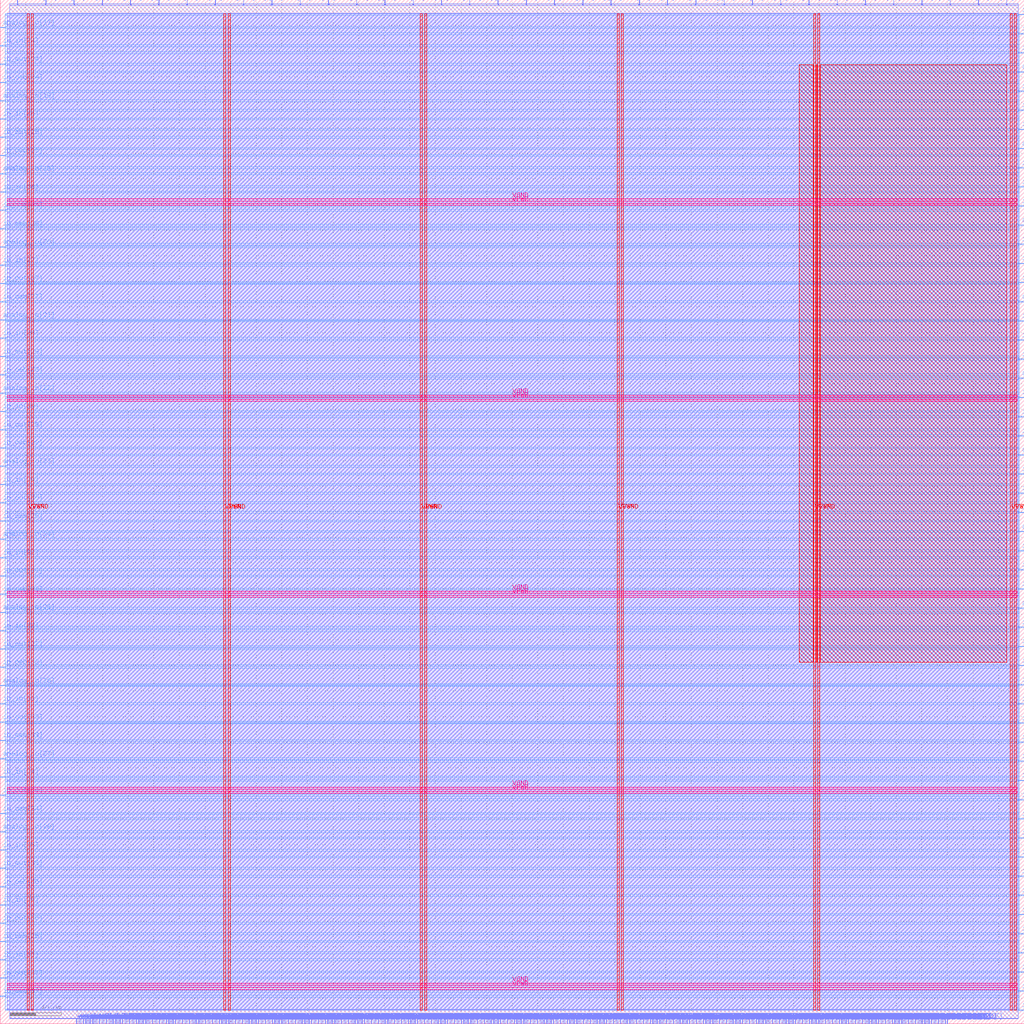
<source format=lef>
VERSION 5.7 ;
  NOWIREEXTENSIONATPIN ON ;
  DIVIDERCHAR "/" ;
  BUSBITCHARS "[]" ;
MACRO user_project_wrapper
  CLASS BLOCK ;
  FOREIGN user_project_wrapper ;
  ORIGIN 0.000 0.000 ;
  SIZE 800.000 BY 800.000 ;
  PIN VGND
    DIRECTION INOUT ;
    USE GROUND ;
    PORT
      LAYER met4 ;
        RECT 24.340 10.640 25.940 789.040 ;
    END
    PORT
      LAYER met4 ;
        RECT 177.940 10.640 179.540 789.040 ;
    END
    PORT
      LAYER met4 ;
        RECT 331.540 10.640 333.140 789.040 ;
    END
    PORT
      LAYER met4 ;
        RECT 485.140 10.640 486.740 789.040 ;
    END
    PORT
      LAYER met4 ;
        RECT 638.740 10.640 640.340 789.040 ;
    END
    PORT
      LAYER met4 ;
        RECT 792.340 10.640 793.940 789.040 ;
    END
    PORT
      LAYER met5 ;
        RECT 5.280 30.030 794.660 31.630 ;
    END
    PORT
      LAYER met5 ;
        RECT 5.280 183.210 794.660 184.810 ;
    END
    PORT
      LAYER met5 ;
        RECT 5.280 336.390 794.660 337.990 ;
    END
    PORT
      LAYER met5 ;
        RECT 5.280 489.570 794.660 491.170 ;
    END
    PORT
      LAYER met5 ;
        RECT 5.280 642.750 794.660 644.350 ;
    END
  END VGND
  PIN VPWR
    DIRECTION INOUT ;
    USE POWER ;
    PORT
      LAYER met4 ;
        RECT 21.040 10.640 22.640 789.040 ;
    END
    PORT
      LAYER met4 ;
        RECT 174.640 10.640 176.240 789.040 ;
    END
    PORT
      LAYER met4 ;
        RECT 328.240 10.640 329.840 789.040 ;
    END
    PORT
      LAYER met4 ;
        RECT 481.840 10.640 483.440 789.040 ;
    END
    PORT
      LAYER met4 ;
        RECT 635.440 10.640 637.040 789.040 ;
    END
    PORT
      LAYER met4 ;
        RECT 789.040 10.640 790.640 789.040 ;
    END
    PORT
      LAYER met5 ;
        RECT 5.280 26.730 794.660 28.330 ;
    END
    PORT
      LAYER met5 ;
        RECT 5.280 179.910 794.660 181.510 ;
    END
    PORT
      LAYER met5 ;
        RECT 5.280 333.090 794.660 334.690 ;
    END
    PORT
      LAYER met5 ;
        RECT 5.280 486.270 794.660 487.870 ;
    END
    PORT
      LAYER met5 ;
        RECT 5.280 639.450 794.660 641.050 ;
    END
  END VPWR
  PIN analog_io[0]
    DIRECTION INOUT ;
    USE SIGNAL ;
    PORT
      LAYER met3 ;
        RECT 796.000 324.400 800.000 325.000 ;
    END
  END analog_io[0]
  PIN analog_io[10]
    DIRECTION INOUT ;
    USE SIGNAL ;
    PORT
      LAYER met2 ;
        RECT 609.590 796.000 609.870 800.000 ;
    END
  END analog_io[10]
  PIN analog_io[11]
    DIRECTION INOUT ;
    USE SIGNAL ;
    PORT
      LAYER met2 ;
        RECT 521.270 796.000 521.550 800.000 ;
    END
  END analog_io[11]
  PIN analog_io[12]
    DIRECTION INOUT ;
    USE SIGNAL ;
    PORT
      LAYER met2 ;
        RECT 432.950 796.000 433.230 800.000 ;
    END
  END analog_io[12]
  PIN analog_io[13]
    DIRECTION INOUT ;
    USE SIGNAL ;
    PORT
      LAYER met2 ;
        RECT 344.630 796.000 344.910 800.000 ;
    END
  END analog_io[13]
  PIN analog_io[14]
    DIRECTION INOUT ;
    USE SIGNAL ;
    PORT
      LAYER met2 ;
        RECT 256.310 796.000 256.590 800.000 ;
    END
  END analog_io[14]
  PIN analog_io[15]
    DIRECTION INOUT ;
    USE SIGNAL ;
    PORT
      LAYER met2 ;
        RECT 167.990 796.000 168.270 800.000 ;
    END
  END analog_io[15]
  PIN analog_io[16]
    DIRECTION INOUT ;
    USE SIGNAL ;
    PORT
      LAYER met2 ;
        RECT 79.670 796.000 79.950 800.000 ;
    END
  END analog_io[16]
  PIN analog_io[17]
    DIRECTION INOUT ;
    USE SIGNAL ;
    PORT
      LAYER met3 ;
        RECT 0.000 777.960 4.000 778.560 ;
    END
  END analog_io[17]
  PIN analog_io[18]
    DIRECTION INOUT ;
    USE SIGNAL ;
    PORT
      LAYER met3 ;
        RECT 0.000 720.840 4.000 721.440 ;
    END
  END analog_io[18]
  PIN analog_io[19]
    DIRECTION INOUT ;
    USE SIGNAL ;
    PORT
      LAYER met3 ;
        RECT 0.000 663.720 4.000 664.320 ;
    END
  END analog_io[19]
  PIN analog_io[1]
    DIRECTION INOUT ;
    USE SIGNAL ;
    PORT
      LAYER met3 ;
        RECT 796.000 384.240 800.000 384.840 ;
    END
  END analog_io[1]
  PIN analog_io[20]
    DIRECTION INOUT ;
    USE SIGNAL ;
    PORT
      LAYER met3 ;
        RECT 0.000 606.600 4.000 607.200 ;
    END
  END analog_io[20]
  PIN analog_io[21]
    DIRECTION INOUT ;
    USE SIGNAL ;
    PORT
      LAYER met3 ;
        RECT 0.000 549.480 4.000 550.080 ;
    END
  END analog_io[21]
  PIN analog_io[22]
    DIRECTION INOUT ;
    USE SIGNAL ;
    PORT
      LAYER met3 ;
        RECT 0.000 492.360 4.000 492.960 ;
    END
  END analog_io[22]
  PIN analog_io[23]
    DIRECTION INOUT ;
    USE SIGNAL ;
    PORT
      LAYER met3 ;
        RECT 0.000 435.240 4.000 435.840 ;
    END
  END analog_io[23]
  PIN analog_io[24]
    DIRECTION INOUT ;
    USE SIGNAL ;
    PORT
      LAYER met3 ;
        RECT 0.000 378.120 4.000 378.720 ;
    END
  END analog_io[24]
  PIN analog_io[25]
    DIRECTION INOUT ;
    USE SIGNAL ;
    PORT
      LAYER met3 ;
        RECT 0.000 321.000 4.000 321.600 ;
    END
  END analog_io[25]
  PIN analog_io[26]
    DIRECTION INOUT ;
    USE SIGNAL ;
    PORT
      LAYER met3 ;
        RECT 0.000 263.880 4.000 264.480 ;
    END
  END analog_io[26]
  PIN analog_io[27]
    DIRECTION INOUT ;
    USE SIGNAL ;
    PORT
      LAYER met3 ;
        RECT 0.000 206.760 4.000 207.360 ;
    END
  END analog_io[27]
  PIN analog_io[28]
    DIRECTION INOUT ;
    USE SIGNAL ;
    PORT
      LAYER met3 ;
        RECT 0.000 149.640 4.000 150.240 ;
    END
  END analog_io[28]
  PIN analog_io[2]
    DIRECTION INOUT ;
    USE SIGNAL ;
    PORT
      LAYER met3 ;
        RECT 796.000 444.080 800.000 444.680 ;
    END
  END analog_io[2]
  PIN analog_io[3]
    DIRECTION INOUT ;
    USE SIGNAL ;
    PORT
      LAYER met3 ;
        RECT 796.000 503.920 800.000 504.520 ;
    END
  END analog_io[3]
  PIN analog_io[4]
    DIRECTION INOUT ;
    USE SIGNAL ;
    PORT
      LAYER met3 ;
        RECT 796.000 563.760 800.000 564.360 ;
    END
  END analog_io[4]
  PIN analog_io[5]
    DIRECTION INOUT ;
    USE SIGNAL ;
    PORT
      LAYER met3 ;
        RECT 796.000 623.600 800.000 624.200 ;
    END
  END analog_io[5]
  PIN analog_io[6]
    DIRECTION INOUT ;
    USE SIGNAL ;
    PORT
      LAYER met3 ;
        RECT 796.000 683.440 800.000 684.040 ;
    END
  END analog_io[6]
  PIN analog_io[7]
    DIRECTION INOUT ;
    USE SIGNAL ;
    PORT
      LAYER met3 ;
        RECT 796.000 743.280 800.000 743.880 ;
    END
  END analog_io[7]
  PIN analog_io[8]
    DIRECTION INOUT ;
    USE SIGNAL ;
    PORT
      LAYER met2 ;
        RECT 786.230 796.000 786.510 800.000 ;
    END
  END analog_io[8]
  PIN analog_io[9]
    DIRECTION INOUT ;
    USE SIGNAL ;
    PORT
      LAYER met2 ;
        RECT 697.910 796.000 698.190 800.000 ;
    END
  END analog_io[9]
  PIN io_in[0]
    DIRECTION INPUT ;
    USE SIGNAL ;
    PORT
      LAYER met3 ;
        RECT 796.000 10.240 800.000 10.840 ;
    END
  END io_in[0]
  PIN io_in[10]
    DIRECTION INPUT ;
    USE SIGNAL ;
    PORT
      LAYER met3 ;
        RECT 796.000 518.880 800.000 519.480 ;
    END
  END io_in[10]
  PIN io_in[11]
    DIRECTION INPUT ;
    USE SIGNAL ;
    PORT
      LAYER met3 ;
        RECT 796.000 578.720 800.000 579.320 ;
    END
  END io_in[11]
  PIN io_in[12]
    DIRECTION INPUT ;
    USE SIGNAL ;
    PORT
      LAYER met3 ;
        RECT 796.000 638.560 800.000 639.160 ;
    END
  END io_in[12]
  PIN io_in[13]
    DIRECTION INPUT ;
    USE SIGNAL ;
    PORT
      LAYER met3 ;
        RECT 796.000 698.400 800.000 699.000 ;
    END
  END io_in[13]
  PIN io_in[14]
    DIRECTION INPUT ;
    USE SIGNAL ;
    PORT
      LAYER met3 ;
        RECT 796.000 758.240 800.000 758.840 ;
    END
  END io_in[14]
  PIN io_in[15]
    DIRECTION INPUT ;
    USE SIGNAL ;
    PORT
      LAYER met2 ;
        RECT 764.150 796.000 764.430 800.000 ;
    END
  END io_in[15]
  PIN io_in[16]
    DIRECTION INPUT ;
    USE SIGNAL ;
    PORT
      LAYER met2 ;
        RECT 675.830 796.000 676.110 800.000 ;
    END
  END io_in[16]
  PIN io_in[17]
    DIRECTION INPUT ;
    USE SIGNAL ;
    PORT
      LAYER met2 ;
        RECT 587.510 796.000 587.790 800.000 ;
    END
  END io_in[17]
  PIN io_in[18]
    DIRECTION INPUT ;
    USE SIGNAL ;
    PORT
      LAYER met2 ;
        RECT 499.190 796.000 499.470 800.000 ;
    END
  END io_in[18]
  PIN io_in[19]
    DIRECTION INPUT ;
    USE SIGNAL ;
    PORT
      LAYER met2 ;
        RECT 410.870 796.000 411.150 800.000 ;
    END
  END io_in[19]
  PIN io_in[1]
    DIRECTION INPUT ;
    USE SIGNAL ;
    PORT
      LAYER met3 ;
        RECT 796.000 55.120 800.000 55.720 ;
    END
  END io_in[1]
  PIN io_in[20]
    DIRECTION INPUT ;
    USE SIGNAL ;
    PORT
      LAYER met2 ;
        RECT 322.550 796.000 322.830 800.000 ;
    END
  END io_in[20]
  PIN io_in[21]
    DIRECTION INPUT ;
    USE SIGNAL ;
    PORT
      LAYER met2 ;
        RECT 234.230 796.000 234.510 800.000 ;
    END
  END io_in[21]
  PIN io_in[22]
    DIRECTION INPUT ;
    USE SIGNAL ;
    PORT
      LAYER met2 ;
        RECT 145.910 796.000 146.190 800.000 ;
    END
  END io_in[22]
  PIN io_in[23]
    DIRECTION INPUT ;
    USE SIGNAL ;
    PORT
      LAYER met2 ;
        RECT 57.590 796.000 57.870 800.000 ;
    END
  END io_in[23]
  PIN io_in[24]
    DIRECTION INPUT ;
    USE SIGNAL ;
    PORT
      LAYER met3 ;
        RECT 0.000 763.680 4.000 764.280 ;
    END
  END io_in[24]
  PIN io_in[25]
    DIRECTION INPUT ;
    USE SIGNAL ;
    PORT
      LAYER met3 ;
        RECT 0.000 706.560 4.000 707.160 ;
    END
  END io_in[25]
  PIN io_in[26]
    DIRECTION INPUT ;
    USE SIGNAL ;
    PORT
      LAYER met3 ;
        RECT 0.000 649.440 4.000 650.040 ;
    END
  END io_in[26]
  PIN io_in[27]
    DIRECTION INPUT ;
    USE SIGNAL ;
    PORT
      LAYER met3 ;
        RECT 0.000 592.320 4.000 592.920 ;
    END
  END io_in[27]
  PIN io_in[28]
    DIRECTION INPUT ;
    USE SIGNAL ;
    PORT
      LAYER met3 ;
        RECT 0.000 535.200 4.000 535.800 ;
    END
  END io_in[28]
  PIN io_in[29]
    DIRECTION INPUT ;
    USE SIGNAL ;
    PORT
      LAYER met3 ;
        RECT 0.000 478.080 4.000 478.680 ;
    END
  END io_in[29]
  PIN io_in[2]
    DIRECTION INPUT ;
    USE SIGNAL ;
    PORT
      LAYER met3 ;
        RECT 796.000 100.000 800.000 100.600 ;
    END
  END io_in[2]
  PIN io_in[30]
    DIRECTION INPUT ;
    USE SIGNAL ;
    PORT
      LAYER met3 ;
        RECT 0.000 420.960 4.000 421.560 ;
    END
  END io_in[30]
  PIN io_in[31]
    DIRECTION INPUT ;
    USE SIGNAL ;
    PORT
      LAYER met3 ;
        RECT 0.000 363.840 4.000 364.440 ;
    END
  END io_in[31]
  PIN io_in[32]
    DIRECTION INPUT ;
    USE SIGNAL ;
    PORT
      LAYER met3 ;
        RECT 0.000 306.720 4.000 307.320 ;
    END
  END io_in[32]
  PIN io_in[33]
    DIRECTION INPUT ;
    USE SIGNAL ;
    PORT
      LAYER met3 ;
        RECT 0.000 249.600 4.000 250.200 ;
    END
  END io_in[33]
  PIN io_in[34]
    DIRECTION INPUT ;
    USE SIGNAL ;
    PORT
      LAYER met3 ;
        RECT 0.000 192.480 4.000 193.080 ;
    END
  END io_in[34]
  PIN io_in[35]
    DIRECTION INPUT ;
    USE SIGNAL ;
    PORT
      LAYER met3 ;
        RECT 0.000 135.360 4.000 135.960 ;
    END
  END io_in[35]
  PIN io_in[36]
    DIRECTION INPUT ;
    USE SIGNAL ;
    PORT
      LAYER met3 ;
        RECT 0.000 92.520 4.000 93.120 ;
    END
  END io_in[36]
  PIN io_in[37]
    DIRECTION INPUT ;
    USE SIGNAL ;
    PORT
      LAYER met3 ;
        RECT 0.000 49.680 4.000 50.280 ;
    END
  END io_in[37]
  PIN io_in[3]
    DIRECTION INPUT ;
    USE SIGNAL ;
    PORT
      LAYER met3 ;
        RECT 796.000 144.880 800.000 145.480 ;
    END
  END io_in[3]
  PIN io_in[4]
    DIRECTION INPUT ;
    USE SIGNAL ;
    PORT
      LAYER met3 ;
        RECT 796.000 189.760 800.000 190.360 ;
    END
  END io_in[4]
  PIN io_in[5]
    DIRECTION INPUT ;
    USE SIGNAL ;
    PORT
      LAYER met3 ;
        RECT 796.000 234.640 800.000 235.240 ;
    END
  END io_in[5]
  PIN io_in[6]
    DIRECTION INPUT ;
    USE SIGNAL ;
    PORT
      LAYER met3 ;
        RECT 796.000 279.520 800.000 280.120 ;
    END
  END io_in[6]
  PIN io_in[7]
    DIRECTION INPUT ;
    USE SIGNAL ;
    PORT
      LAYER met3 ;
        RECT 796.000 339.360 800.000 339.960 ;
    END
  END io_in[7]
  PIN io_in[8]
    DIRECTION INPUT ;
    USE SIGNAL ;
    PORT
      LAYER met3 ;
        RECT 796.000 399.200 800.000 399.800 ;
    END
  END io_in[8]
  PIN io_in[9]
    DIRECTION INPUT ;
    USE SIGNAL ;
    PORT
      LAYER met3 ;
        RECT 796.000 459.040 800.000 459.640 ;
    END
  END io_in[9]
  PIN io_oeb[0]
    DIRECTION OUTPUT TRISTATE ;
    USE SIGNAL ;
    PORT
      LAYER met3 ;
        RECT 796.000 40.160 800.000 40.760 ;
    END
  END io_oeb[0]
  PIN io_oeb[10]
    DIRECTION OUTPUT TRISTATE ;
    USE SIGNAL ;
    PORT
      LAYER met3 ;
        RECT 796.000 548.800 800.000 549.400 ;
    END
  END io_oeb[10]
  PIN io_oeb[11]
    DIRECTION OUTPUT TRISTATE ;
    USE SIGNAL ;
    PORT
      LAYER met3 ;
        RECT 796.000 608.640 800.000 609.240 ;
    END
  END io_oeb[11]
  PIN io_oeb[12]
    DIRECTION OUTPUT TRISTATE ;
    USE SIGNAL ;
    PORT
      LAYER met3 ;
        RECT 796.000 668.480 800.000 669.080 ;
    END
  END io_oeb[12]
  PIN io_oeb[13]
    DIRECTION OUTPUT TRISTATE ;
    USE SIGNAL ;
    PORT
      LAYER met3 ;
        RECT 796.000 728.320 800.000 728.920 ;
    END
  END io_oeb[13]
  PIN io_oeb[14]
    DIRECTION OUTPUT TRISTATE ;
    USE SIGNAL ;
    PORT
      LAYER met3 ;
        RECT 796.000 788.160 800.000 788.760 ;
    END
  END io_oeb[14]
  PIN io_oeb[15]
    DIRECTION OUTPUT TRISTATE ;
    USE SIGNAL ;
    PORT
      LAYER met2 ;
        RECT 719.990 796.000 720.270 800.000 ;
    END
  END io_oeb[15]
  PIN io_oeb[16]
    DIRECTION OUTPUT TRISTATE ;
    USE SIGNAL ;
    PORT
      LAYER met2 ;
        RECT 631.670 796.000 631.950 800.000 ;
    END
  END io_oeb[16]
  PIN io_oeb[17]
    DIRECTION OUTPUT TRISTATE ;
    USE SIGNAL ;
    PORT
      LAYER met2 ;
        RECT 543.350 796.000 543.630 800.000 ;
    END
  END io_oeb[17]
  PIN io_oeb[18]
    DIRECTION OUTPUT TRISTATE ;
    USE SIGNAL ;
    PORT
      LAYER met2 ;
        RECT 455.030 796.000 455.310 800.000 ;
    END
  END io_oeb[18]
  PIN io_oeb[19]
    DIRECTION OUTPUT TRISTATE ;
    USE SIGNAL ;
    PORT
      LAYER met2 ;
        RECT 366.710 796.000 366.990 800.000 ;
    END
  END io_oeb[19]
  PIN io_oeb[1]
    DIRECTION OUTPUT TRISTATE ;
    USE SIGNAL ;
    PORT
      LAYER met3 ;
        RECT 796.000 85.040 800.000 85.640 ;
    END
  END io_oeb[1]
  PIN io_oeb[20]
    DIRECTION OUTPUT TRISTATE ;
    USE SIGNAL ;
    PORT
      LAYER met2 ;
        RECT 278.390 796.000 278.670 800.000 ;
    END
  END io_oeb[20]
  PIN io_oeb[21]
    DIRECTION OUTPUT TRISTATE ;
    USE SIGNAL ;
    PORT
      LAYER met2 ;
        RECT 190.070 796.000 190.350 800.000 ;
    END
  END io_oeb[21]
  PIN io_oeb[22]
    DIRECTION OUTPUT TRISTATE ;
    USE SIGNAL ;
    PORT
      LAYER met2 ;
        RECT 101.750 796.000 102.030 800.000 ;
    END
  END io_oeb[22]
  PIN io_oeb[23]
    DIRECTION OUTPUT TRISTATE ;
    USE SIGNAL ;
    PORT
      LAYER met2 ;
        RECT 13.430 796.000 13.710 800.000 ;
    END
  END io_oeb[23]
  PIN io_oeb[24]
    DIRECTION OUTPUT TRISTATE ;
    USE SIGNAL ;
    PORT
      LAYER met3 ;
        RECT 0.000 735.120 4.000 735.720 ;
    END
  END io_oeb[24]
  PIN io_oeb[25]
    DIRECTION OUTPUT TRISTATE ;
    USE SIGNAL ;
    PORT
      LAYER met3 ;
        RECT 0.000 678.000 4.000 678.600 ;
    END
  END io_oeb[25]
  PIN io_oeb[26]
    DIRECTION OUTPUT TRISTATE ;
    USE SIGNAL ;
    PORT
      LAYER met3 ;
        RECT 0.000 620.880 4.000 621.480 ;
    END
  END io_oeb[26]
  PIN io_oeb[27]
    DIRECTION OUTPUT TRISTATE ;
    USE SIGNAL ;
    PORT
      LAYER met3 ;
        RECT 0.000 563.760 4.000 564.360 ;
    END
  END io_oeb[27]
  PIN io_oeb[28]
    DIRECTION OUTPUT TRISTATE ;
    USE SIGNAL ;
    PORT
      LAYER met3 ;
        RECT 0.000 506.640 4.000 507.240 ;
    END
  END io_oeb[28]
  PIN io_oeb[29]
    DIRECTION OUTPUT TRISTATE ;
    USE SIGNAL ;
    PORT
      LAYER met3 ;
        RECT 0.000 449.520 4.000 450.120 ;
    END
  END io_oeb[29]
  PIN io_oeb[2]
    DIRECTION OUTPUT TRISTATE ;
    USE SIGNAL ;
    PORT
      LAYER met3 ;
        RECT 796.000 129.920 800.000 130.520 ;
    END
  END io_oeb[2]
  PIN io_oeb[30]
    DIRECTION OUTPUT TRISTATE ;
    USE SIGNAL ;
    PORT
      LAYER met3 ;
        RECT 0.000 392.400 4.000 393.000 ;
    END
  END io_oeb[30]
  PIN io_oeb[31]
    DIRECTION OUTPUT TRISTATE ;
    USE SIGNAL ;
    PORT
      LAYER met3 ;
        RECT 0.000 335.280 4.000 335.880 ;
    END
  END io_oeb[31]
  PIN io_oeb[32]
    DIRECTION OUTPUT TRISTATE ;
    USE SIGNAL ;
    PORT
      LAYER met3 ;
        RECT 0.000 278.160 4.000 278.760 ;
    END
  END io_oeb[32]
  PIN io_oeb[33]
    DIRECTION OUTPUT TRISTATE ;
    USE SIGNAL ;
    PORT
      LAYER met3 ;
        RECT 0.000 221.040 4.000 221.640 ;
    END
  END io_oeb[33]
  PIN io_oeb[34]
    DIRECTION OUTPUT TRISTATE ;
    USE SIGNAL ;
    PORT
      LAYER met3 ;
        RECT 0.000 163.920 4.000 164.520 ;
    END
  END io_oeb[34]
  PIN io_oeb[35]
    DIRECTION OUTPUT TRISTATE ;
    USE SIGNAL ;
    PORT
      LAYER met3 ;
        RECT 0.000 106.800 4.000 107.400 ;
    END
  END io_oeb[35]
  PIN io_oeb[36]
    DIRECTION OUTPUT TRISTATE ;
    USE SIGNAL ;
    PORT
      LAYER met3 ;
        RECT 0.000 63.960 4.000 64.560 ;
    END
  END io_oeb[36]
  PIN io_oeb[37]
    DIRECTION OUTPUT TRISTATE ;
    USE SIGNAL ;
    PORT
      LAYER met3 ;
        RECT 0.000 21.120 4.000 21.720 ;
    END
  END io_oeb[37]
  PIN io_oeb[3]
    DIRECTION OUTPUT TRISTATE ;
    USE SIGNAL ;
    PORT
      LAYER met3 ;
        RECT 796.000 174.800 800.000 175.400 ;
    END
  END io_oeb[3]
  PIN io_oeb[4]
    DIRECTION OUTPUT TRISTATE ;
    USE SIGNAL ;
    PORT
      LAYER met3 ;
        RECT 796.000 219.680 800.000 220.280 ;
    END
  END io_oeb[4]
  PIN io_oeb[5]
    DIRECTION OUTPUT TRISTATE ;
    USE SIGNAL ;
    PORT
      LAYER met3 ;
        RECT 796.000 264.560 800.000 265.160 ;
    END
  END io_oeb[5]
  PIN io_oeb[6]
    DIRECTION OUTPUT TRISTATE ;
    USE SIGNAL ;
    PORT
      LAYER met3 ;
        RECT 796.000 309.440 800.000 310.040 ;
    END
  END io_oeb[6]
  PIN io_oeb[7]
    DIRECTION OUTPUT TRISTATE ;
    USE SIGNAL ;
    PORT
      LAYER met3 ;
        RECT 796.000 369.280 800.000 369.880 ;
    END
  END io_oeb[7]
  PIN io_oeb[8]
    DIRECTION OUTPUT TRISTATE ;
    USE SIGNAL ;
    PORT
      LAYER met3 ;
        RECT 796.000 429.120 800.000 429.720 ;
    END
  END io_oeb[8]
  PIN io_oeb[9]
    DIRECTION OUTPUT TRISTATE ;
    USE SIGNAL ;
    PORT
      LAYER met3 ;
        RECT 796.000 488.960 800.000 489.560 ;
    END
  END io_oeb[9]
  PIN io_out[0]
    DIRECTION OUTPUT TRISTATE ;
    USE SIGNAL ;
    PORT
      LAYER met3 ;
        RECT 796.000 25.200 800.000 25.800 ;
    END
  END io_out[0]
  PIN io_out[10]
    DIRECTION OUTPUT TRISTATE ;
    USE SIGNAL ;
    PORT
      LAYER met3 ;
        RECT 796.000 533.840 800.000 534.440 ;
    END
  END io_out[10]
  PIN io_out[11]
    DIRECTION OUTPUT TRISTATE ;
    USE SIGNAL ;
    PORT
      LAYER met3 ;
        RECT 796.000 593.680 800.000 594.280 ;
    END
  END io_out[11]
  PIN io_out[12]
    DIRECTION OUTPUT TRISTATE ;
    USE SIGNAL ;
    PORT
      LAYER met3 ;
        RECT 796.000 653.520 800.000 654.120 ;
    END
  END io_out[12]
  PIN io_out[13]
    DIRECTION OUTPUT TRISTATE ;
    USE SIGNAL ;
    PORT
      LAYER met3 ;
        RECT 796.000 713.360 800.000 713.960 ;
    END
  END io_out[13]
  PIN io_out[14]
    DIRECTION OUTPUT TRISTATE ;
    USE SIGNAL ;
    PORT
      LAYER met3 ;
        RECT 796.000 773.200 800.000 773.800 ;
    END
  END io_out[14]
  PIN io_out[15]
    DIRECTION OUTPUT TRISTATE ;
    USE SIGNAL ;
    PORT
      LAYER met2 ;
        RECT 742.070 796.000 742.350 800.000 ;
    END
  END io_out[15]
  PIN io_out[16]
    DIRECTION OUTPUT TRISTATE ;
    USE SIGNAL ;
    PORT
      LAYER met2 ;
        RECT 653.750 796.000 654.030 800.000 ;
    END
  END io_out[16]
  PIN io_out[17]
    DIRECTION OUTPUT TRISTATE ;
    USE SIGNAL ;
    PORT
      LAYER met2 ;
        RECT 565.430 796.000 565.710 800.000 ;
    END
  END io_out[17]
  PIN io_out[18]
    DIRECTION OUTPUT TRISTATE ;
    USE SIGNAL ;
    PORT
      LAYER met2 ;
        RECT 477.110 796.000 477.390 800.000 ;
    END
  END io_out[18]
  PIN io_out[19]
    DIRECTION OUTPUT TRISTATE ;
    USE SIGNAL ;
    PORT
      LAYER met2 ;
        RECT 388.790 796.000 389.070 800.000 ;
    END
  END io_out[19]
  PIN io_out[1]
    DIRECTION OUTPUT TRISTATE ;
    USE SIGNAL ;
    PORT
      LAYER met3 ;
        RECT 796.000 70.080 800.000 70.680 ;
    END
  END io_out[1]
  PIN io_out[20]
    DIRECTION OUTPUT TRISTATE ;
    USE SIGNAL ;
    PORT
      LAYER met2 ;
        RECT 300.470 796.000 300.750 800.000 ;
    END
  END io_out[20]
  PIN io_out[21]
    DIRECTION OUTPUT TRISTATE ;
    USE SIGNAL ;
    PORT
      LAYER met2 ;
        RECT 212.150 796.000 212.430 800.000 ;
    END
  END io_out[21]
  PIN io_out[22]
    DIRECTION OUTPUT TRISTATE ;
    USE SIGNAL ;
    PORT
      LAYER met2 ;
        RECT 123.830 796.000 124.110 800.000 ;
    END
  END io_out[22]
  PIN io_out[23]
    DIRECTION OUTPUT TRISTATE ;
    USE SIGNAL ;
    PORT
      LAYER met2 ;
        RECT 35.510 796.000 35.790 800.000 ;
    END
  END io_out[23]
  PIN io_out[24]
    DIRECTION OUTPUT TRISTATE ;
    USE SIGNAL ;
    PORT
      LAYER met3 ;
        RECT 0.000 749.400 4.000 750.000 ;
    END
  END io_out[24]
  PIN io_out[25]
    DIRECTION OUTPUT TRISTATE ;
    USE SIGNAL ;
    PORT
      LAYER met3 ;
        RECT 0.000 692.280 4.000 692.880 ;
    END
  END io_out[25]
  PIN io_out[26]
    DIRECTION OUTPUT TRISTATE ;
    USE SIGNAL ;
    PORT
      LAYER met3 ;
        RECT 0.000 635.160 4.000 635.760 ;
    END
  END io_out[26]
  PIN io_out[27]
    DIRECTION OUTPUT TRISTATE ;
    USE SIGNAL ;
    PORT
      LAYER met3 ;
        RECT 0.000 578.040 4.000 578.640 ;
    END
  END io_out[27]
  PIN io_out[28]
    DIRECTION OUTPUT TRISTATE ;
    USE SIGNAL ;
    PORT
      LAYER met3 ;
        RECT 0.000 520.920 4.000 521.520 ;
    END
  END io_out[28]
  PIN io_out[29]
    DIRECTION OUTPUT TRISTATE ;
    USE SIGNAL ;
    PORT
      LAYER met3 ;
        RECT 0.000 463.800 4.000 464.400 ;
    END
  END io_out[29]
  PIN io_out[2]
    DIRECTION OUTPUT TRISTATE ;
    USE SIGNAL ;
    PORT
      LAYER met3 ;
        RECT 796.000 114.960 800.000 115.560 ;
    END
  END io_out[2]
  PIN io_out[30]
    DIRECTION OUTPUT TRISTATE ;
    USE SIGNAL ;
    PORT
      LAYER met3 ;
        RECT 0.000 406.680 4.000 407.280 ;
    END
  END io_out[30]
  PIN io_out[31]
    DIRECTION OUTPUT TRISTATE ;
    USE SIGNAL ;
    PORT
      LAYER met3 ;
        RECT 0.000 349.560 4.000 350.160 ;
    END
  END io_out[31]
  PIN io_out[32]
    DIRECTION OUTPUT TRISTATE ;
    USE SIGNAL ;
    PORT
      LAYER met3 ;
        RECT 0.000 292.440 4.000 293.040 ;
    END
  END io_out[32]
  PIN io_out[33]
    DIRECTION OUTPUT TRISTATE ;
    USE SIGNAL ;
    PORT
      LAYER met3 ;
        RECT 0.000 235.320 4.000 235.920 ;
    END
  END io_out[33]
  PIN io_out[34]
    DIRECTION OUTPUT TRISTATE ;
    USE SIGNAL ;
    PORT
      LAYER met3 ;
        RECT 0.000 178.200 4.000 178.800 ;
    END
  END io_out[34]
  PIN io_out[35]
    DIRECTION OUTPUT TRISTATE ;
    USE SIGNAL ;
    PORT
      LAYER met3 ;
        RECT 0.000 121.080 4.000 121.680 ;
    END
  END io_out[35]
  PIN io_out[36]
    DIRECTION OUTPUT TRISTATE ;
    USE SIGNAL ;
    PORT
      LAYER met3 ;
        RECT 0.000 78.240 4.000 78.840 ;
    END
  END io_out[36]
  PIN io_out[37]
    DIRECTION OUTPUT TRISTATE ;
    USE SIGNAL ;
    PORT
      LAYER met3 ;
        RECT 0.000 35.400 4.000 36.000 ;
    END
  END io_out[37]
  PIN io_out[3]
    DIRECTION OUTPUT TRISTATE ;
    USE SIGNAL ;
    PORT
      LAYER met3 ;
        RECT 796.000 159.840 800.000 160.440 ;
    END
  END io_out[3]
  PIN io_out[4]
    DIRECTION OUTPUT TRISTATE ;
    USE SIGNAL ;
    PORT
      LAYER met3 ;
        RECT 796.000 204.720 800.000 205.320 ;
    END
  END io_out[4]
  PIN io_out[5]
    DIRECTION OUTPUT TRISTATE ;
    USE SIGNAL ;
    PORT
      LAYER met3 ;
        RECT 796.000 249.600 800.000 250.200 ;
    END
  END io_out[5]
  PIN io_out[6]
    DIRECTION OUTPUT TRISTATE ;
    USE SIGNAL ;
    PORT
      LAYER met3 ;
        RECT 796.000 294.480 800.000 295.080 ;
    END
  END io_out[6]
  PIN io_out[7]
    DIRECTION OUTPUT TRISTATE ;
    USE SIGNAL ;
    PORT
      LAYER met3 ;
        RECT 796.000 354.320 800.000 354.920 ;
    END
  END io_out[7]
  PIN io_out[8]
    DIRECTION OUTPUT TRISTATE ;
    USE SIGNAL ;
    PORT
      LAYER met3 ;
        RECT 796.000 414.160 800.000 414.760 ;
    END
  END io_out[8]
  PIN io_out[9]
    DIRECTION OUTPUT TRISTATE ;
    USE SIGNAL ;
    PORT
      LAYER met3 ;
        RECT 796.000 474.000 800.000 474.600 ;
    END
  END io_out[9]
  PIN la_data_in[0]
    DIRECTION INPUT ;
    USE SIGNAL ;
    PORT
      LAYER met2 ;
        RECT 205.710 0.000 205.990 4.000 ;
    END
  END la_data_in[0]
  PIN la_data_in[100]
    DIRECTION INPUT ;
    USE SIGNAL ;
    PORT
      LAYER met2 ;
        RECT 619.710 0.000 619.990 4.000 ;
    END
  END la_data_in[100]
  PIN la_data_in[101]
    DIRECTION INPUT ;
    USE SIGNAL ;
    PORT
      LAYER met2 ;
        RECT 623.850 0.000 624.130 4.000 ;
    END
  END la_data_in[101]
  PIN la_data_in[102]
    DIRECTION INPUT ;
    USE SIGNAL ;
    PORT
      LAYER met2 ;
        RECT 627.990 0.000 628.270 4.000 ;
    END
  END la_data_in[102]
  PIN la_data_in[103]
    DIRECTION INPUT ;
    USE SIGNAL ;
    PORT
      LAYER met2 ;
        RECT 632.130 0.000 632.410 4.000 ;
    END
  END la_data_in[103]
  PIN la_data_in[104]
    DIRECTION INPUT ;
    USE SIGNAL ;
    PORT
      LAYER met2 ;
        RECT 636.270 0.000 636.550 4.000 ;
    END
  END la_data_in[104]
  PIN la_data_in[105]
    DIRECTION INPUT ;
    USE SIGNAL ;
    PORT
      LAYER met2 ;
        RECT 640.410 0.000 640.690 4.000 ;
    END
  END la_data_in[105]
  PIN la_data_in[106]
    DIRECTION INPUT ;
    USE SIGNAL ;
    PORT
      LAYER met2 ;
        RECT 644.550 0.000 644.830 4.000 ;
    END
  END la_data_in[106]
  PIN la_data_in[107]
    DIRECTION INPUT ;
    USE SIGNAL ;
    PORT
      LAYER met2 ;
        RECT 648.690 0.000 648.970 4.000 ;
    END
  END la_data_in[107]
  PIN la_data_in[108]
    DIRECTION INPUT ;
    USE SIGNAL ;
    PORT
      LAYER met2 ;
        RECT 652.830 0.000 653.110 4.000 ;
    END
  END la_data_in[108]
  PIN la_data_in[109]
    DIRECTION INPUT ;
    USE SIGNAL ;
    PORT
      LAYER met2 ;
        RECT 656.970 0.000 657.250 4.000 ;
    END
  END la_data_in[109]
  PIN la_data_in[10]
    DIRECTION INPUT ;
    USE SIGNAL ;
    PORT
      LAYER met2 ;
        RECT 247.110 0.000 247.390 4.000 ;
    END
  END la_data_in[10]
  PIN la_data_in[110]
    DIRECTION INPUT ;
    USE SIGNAL ;
    PORT
      LAYER met2 ;
        RECT 661.110 0.000 661.390 4.000 ;
    END
  END la_data_in[110]
  PIN la_data_in[111]
    DIRECTION INPUT ;
    USE SIGNAL ;
    PORT
      LAYER met2 ;
        RECT 665.250 0.000 665.530 4.000 ;
    END
  END la_data_in[111]
  PIN la_data_in[112]
    DIRECTION INPUT ;
    USE SIGNAL ;
    PORT
      LAYER met2 ;
        RECT 669.390 0.000 669.670 4.000 ;
    END
  END la_data_in[112]
  PIN la_data_in[113]
    DIRECTION INPUT ;
    USE SIGNAL ;
    PORT
      LAYER met2 ;
        RECT 673.530 0.000 673.810 4.000 ;
    END
  END la_data_in[113]
  PIN la_data_in[114]
    DIRECTION INPUT ;
    USE SIGNAL ;
    PORT
      LAYER met2 ;
        RECT 677.670 0.000 677.950 4.000 ;
    END
  END la_data_in[114]
  PIN la_data_in[115]
    DIRECTION INPUT ;
    USE SIGNAL ;
    PORT
      LAYER met2 ;
        RECT 681.810 0.000 682.090 4.000 ;
    END
  END la_data_in[115]
  PIN la_data_in[116]
    DIRECTION INPUT ;
    USE SIGNAL ;
    PORT
      LAYER met2 ;
        RECT 685.950 0.000 686.230 4.000 ;
    END
  END la_data_in[116]
  PIN la_data_in[117]
    DIRECTION INPUT ;
    USE SIGNAL ;
    PORT
      LAYER met2 ;
        RECT 690.090 0.000 690.370 4.000 ;
    END
  END la_data_in[117]
  PIN la_data_in[118]
    DIRECTION INPUT ;
    USE SIGNAL ;
    PORT
      LAYER met2 ;
        RECT 694.230 0.000 694.510 4.000 ;
    END
  END la_data_in[118]
  PIN la_data_in[119]
    DIRECTION INPUT ;
    USE SIGNAL ;
    PORT
      LAYER met2 ;
        RECT 698.370 0.000 698.650 4.000 ;
    END
  END la_data_in[119]
  PIN la_data_in[11]
    DIRECTION INPUT ;
    USE SIGNAL ;
    PORT
      LAYER met2 ;
        RECT 251.250 0.000 251.530 4.000 ;
    END
  END la_data_in[11]
  PIN la_data_in[120]
    DIRECTION INPUT ;
    USE SIGNAL ;
    PORT
      LAYER met2 ;
        RECT 702.510 0.000 702.790 4.000 ;
    END
  END la_data_in[120]
  PIN la_data_in[121]
    DIRECTION INPUT ;
    USE SIGNAL ;
    PORT
      LAYER met2 ;
        RECT 706.650 0.000 706.930 4.000 ;
    END
  END la_data_in[121]
  PIN la_data_in[122]
    DIRECTION INPUT ;
    USE SIGNAL ;
    PORT
      LAYER met2 ;
        RECT 710.790 0.000 711.070 4.000 ;
    END
  END la_data_in[122]
  PIN la_data_in[123]
    DIRECTION INPUT ;
    USE SIGNAL ;
    PORT
      LAYER met2 ;
        RECT 714.930 0.000 715.210 4.000 ;
    END
  END la_data_in[123]
  PIN la_data_in[124]
    DIRECTION INPUT ;
    USE SIGNAL ;
    PORT
      LAYER met2 ;
        RECT 719.070 0.000 719.350 4.000 ;
    END
  END la_data_in[124]
  PIN la_data_in[125]
    DIRECTION INPUT ;
    USE SIGNAL ;
    PORT
      LAYER met2 ;
        RECT 723.210 0.000 723.490 4.000 ;
    END
  END la_data_in[125]
  PIN la_data_in[126]
    DIRECTION INPUT ;
    USE SIGNAL ;
    PORT
      LAYER met2 ;
        RECT 727.350 0.000 727.630 4.000 ;
    END
  END la_data_in[126]
  PIN la_data_in[127]
    DIRECTION INPUT ;
    USE SIGNAL ;
    PORT
      LAYER met2 ;
        RECT 731.490 0.000 731.770 4.000 ;
    END
  END la_data_in[127]
  PIN la_data_in[12]
    DIRECTION INPUT ;
    USE SIGNAL ;
    PORT
      LAYER met2 ;
        RECT 255.390 0.000 255.670 4.000 ;
    END
  END la_data_in[12]
  PIN la_data_in[13]
    DIRECTION INPUT ;
    USE SIGNAL ;
    PORT
      LAYER met2 ;
        RECT 259.530 0.000 259.810 4.000 ;
    END
  END la_data_in[13]
  PIN la_data_in[14]
    DIRECTION INPUT ;
    USE SIGNAL ;
    PORT
      LAYER met2 ;
        RECT 263.670 0.000 263.950 4.000 ;
    END
  END la_data_in[14]
  PIN la_data_in[15]
    DIRECTION INPUT ;
    USE SIGNAL ;
    PORT
      LAYER met2 ;
        RECT 267.810 0.000 268.090 4.000 ;
    END
  END la_data_in[15]
  PIN la_data_in[16]
    DIRECTION INPUT ;
    USE SIGNAL ;
    PORT
      LAYER met2 ;
        RECT 271.950 0.000 272.230 4.000 ;
    END
  END la_data_in[16]
  PIN la_data_in[17]
    DIRECTION INPUT ;
    USE SIGNAL ;
    PORT
      LAYER met2 ;
        RECT 276.090 0.000 276.370 4.000 ;
    END
  END la_data_in[17]
  PIN la_data_in[18]
    DIRECTION INPUT ;
    USE SIGNAL ;
    PORT
      LAYER met2 ;
        RECT 280.230 0.000 280.510 4.000 ;
    END
  END la_data_in[18]
  PIN la_data_in[19]
    DIRECTION INPUT ;
    USE SIGNAL ;
    PORT
      LAYER met2 ;
        RECT 284.370 0.000 284.650 4.000 ;
    END
  END la_data_in[19]
  PIN la_data_in[1]
    DIRECTION INPUT ;
    USE SIGNAL ;
    PORT
      LAYER met2 ;
        RECT 209.850 0.000 210.130 4.000 ;
    END
  END la_data_in[1]
  PIN la_data_in[20]
    DIRECTION INPUT ;
    USE SIGNAL ;
    PORT
      LAYER met2 ;
        RECT 288.510 0.000 288.790 4.000 ;
    END
  END la_data_in[20]
  PIN la_data_in[21]
    DIRECTION INPUT ;
    USE SIGNAL ;
    PORT
      LAYER met2 ;
        RECT 292.650 0.000 292.930 4.000 ;
    END
  END la_data_in[21]
  PIN la_data_in[22]
    DIRECTION INPUT ;
    USE SIGNAL ;
    PORT
      LAYER met2 ;
        RECT 296.790 0.000 297.070 4.000 ;
    END
  END la_data_in[22]
  PIN la_data_in[23]
    DIRECTION INPUT ;
    USE SIGNAL ;
    PORT
      LAYER met2 ;
        RECT 300.930 0.000 301.210 4.000 ;
    END
  END la_data_in[23]
  PIN la_data_in[24]
    DIRECTION INPUT ;
    USE SIGNAL ;
    PORT
      LAYER met2 ;
        RECT 305.070 0.000 305.350 4.000 ;
    END
  END la_data_in[24]
  PIN la_data_in[25]
    DIRECTION INPUT ;
    USE SIGNAL ;
    PORT
      LAYER met2 ;
        RECT 309.210 0.000 309.490 4.000 ;
    END
  END la_data_in[25]
  PIN la_data_in[26]
    DIRECTION INPUT ;
    USE SIGNAL ;
    PORT
      LAYER met2 ;
        RECT 313.350 0.000 313.630 4.000 ;
    END
  END la_data_in[26]
  PIN la_data_in[27]
    DIRECTION INPUT ;
    USE SIGNAL ;
    PORT
      LAYER met2 ;
        RECT 317.490 0.000 317.770 4.000 ;
    END
  END la_data_in[27]
  PIN la_data_in[28]
    DIRECTION INPUT ;
    USE SIGNAL ;
    PORT
      LAYER met2 ;
        RECT 321.630 0.000 321.910 4.000 ;
    END
  END la_data_in[28]
  PIN la_data_in[29]
    DIRECTION INPUT ;
    USE SIGNAL ;
    PORT
      LAYER met2 ;
        RECT 325.770 0.000 326.050 4.000 ;
    END
  END la_data_in[29]
  PIN la_data_in[2]
    DIRECTION INPUT ;
    USE SIGNAL ;
    PORT
      LAYER met2 ;
        RECT 213.990 0.000 214.270 4.000 ;
    END
  END la_data_in[2]
  PIN la_data_in[30]
    DIRECTION INPUT ;
    USE SIGNAL ;
    PORT
      LAYER met2 ;
        RECT 329.910 0.000 330.190 4.000 ;
    END
  END la_data_in[30]
  PIN la_data_in[31]
    DIRECTION INPUT ;
    USE SIGNAL ;
    PORT
      LAYER met2 ;
        RECT 334.050 0.000 334.330 4.000 ;
    END
  END la_data_in[31]
  PIN la_data_in[32]
    DIRECTION INPUT ;
    USE SIGNAL ;
    PORT
      LAYER met2 ;
        RECT 338.190 0.000 338.470 4.000 ;
    END
  END la_data_in[32]
  PIN la_data_in[33]
    DIRECTION INPUT ;
    USE SIGNAL ;
    PORT
      LAYER met2 ;
        RECT 342.330 0.000 342.610 4.000 ;
    END
  END la_data_in[33]
  PIN la_data_in[34]
    DIRECTION INPUT ;
    USE SIGNAL ;
    PORT
      LAYER met2 ;
        RECT 346.470 0.000 346.750 4.000 ;
    END
  END la_data_in[34]
  PIN la_data_in[35]
    DIRECTION INPUT ;
    USE SIGNAL ;
    PORT
      LAYER met2 ;
        RECT 350.610 0.000 350.890 4.000 ;
    END
  END la_data_in[35]
  PIN la_data_in[36]
    DIRECTION INPUT ;
    USE SIGNAL ;
    PORT
      LAYER met2 ;
        RECT 354.750 0.000 355.030 4.000 ;
    END
  END la_data_in[36]
  PIN la_data_in[37]
    DIRECTION INPUT ;
    USE SIGNAL ;
    PORT
      LAYER met2 ;
        RECT 358.890 0.000 359.170 4.000 ;
    END
  END la_data_in[37]
  PIN la_data_in[38]
    DIRECTION INPUT ;
    USE SIGNAL ;
    PORT
      LAYER met2 ;
        RECT 363.030 0.000 363.310 4.000 ;
    END
  END la_data_in[38]
  PIN la_data_in[39]
    DIRECTION INPUT ;
    USE SIGNAL ;
    PORT
      LAYER met2 ;
        RECT 367.170 0.000 367.450 4.000 ;
    END
  END la_data_in[39]
  PIN la_data_in[3]
    DIRECTION INPUT ;
    USE SIGNAL ;
    PORT
      LAYER met2 ;
        RECT 218.130 0.000 218.410 4.000 ;
    END
  END la_data_in[3]
  PIN la_data_in[40]
    DIRECTION INPUT ;
    USE SIGNAL ;
    PORT
      LAYER met2 ;
        RECT 371.310 0.000 371.590 4.000 ;
    END
  END la_data_in[40]
  PIN la_data_in[41]
    DIRECTION INPUT ;
    USE SIGNAL ;
    PORT
      LAYER met2 ;
        RECT 375.450 0.000 375.730 4.000 ;
    END
  END la_data_in[41]
  PIN la_data_in[42]
    DIRECTION INPUT ;
    USE SIGNAL ;
    PORT
      LAYER met2 ;
        RECT 379.590 0.000 379.870 4.000 ;
    END
  END la_data_in[42]
  PIN la_data_in[43]
    DIRECTION INPUT ;
    USE SIGNAL ;
    PORT
      LAYER met2 ;
        RECT 383.730 0.000 384.010 4.000 ;
    END
  END la_data_in[43]
  PIN la_data_in[44]
    DIRECTION INPUT ;
    USE SIGNAL ;
    PORT
      LAYER met2 ;
        RECT 387.870 0.000 388.150 4.000 ;
    END
  END la_data_in[44]
  PIN la_data_in[45]
    DIRECTION INPUT ;
    USE SIGNAL ;
    PORT
      LAYER met2 ;
        RECT 392.010 0.000 392.290 4.000 ;
    END
  END la_data_in[45]
  PIN la_data_in[46]
    DIRECTION INPUT ;
    USE SIGNAL ;
    PORT
      LAYER met2 ;
        RECT 396.150 0.000 396.430 4.000 ;
    END
  END la_data_in[46]
  PIN la_data_in[47]
    DIRECTION INPUT ;
    USE SIGNAL ;
    PORT
      LAYER met2 ;
        RECT 400.290 0.000 400.570 4.000 ;
    END
  END la_data_in[47]
  PIN la_data_in[48]
    DIRECTION INPUT ;
    USE SIGNAL ;
    PORT
      LAYER met2 ;
        RECT 404.430 0.000 404.710 4.000 ;
    END
  END la_data_in[48]
  PIN la_data_in[49]
    DIRECTION INPUT ;
    USE SIGNAL ;
    PORT
      LAYER met2 ;
        RECT 408.570 0.000 408.850 4.000 ;
    END
  END la_data_in[49]
  PIN la_data_in[4]
    DIRECTION INPUT ;
    USE SIGNAL ;
    PORT
      LAYER met2 ;
        RECT 222.270 0.000 222.550 4.000 ;
    END
  END la_data_in[4]
  PIN la_data_in[50]
    DIRECTION INPUT ;
    USE SIGNAL ;
    PORT
      LAYER met2 ;
        RECT 412.710 0.000 412.990 4.000 ;
    END
  END la_data_in[50]
  PIN la_data_in[51]
    DIRECTION INPUT ;
    USE SIGNAL ;
    PORT
      LAYER met2 ;
        RECT 416.850 0.000 417.130 4.000 ;
    END
  END la_data_in[51]
  PIN la_data_in[52]
    DIRECTION INPUT ;
    USE SIGNAL ;
    PORT
      LAYER met2 ;
        RECT 420.990 0.000 421.270 4.000 ;
    END
  END la_data_in[52]
  PIN la_data_in[53]
    DIRECTION INPUT ;
    USE SIGNAL ;
    PORT
      LAYER met2 ;
        RECT 425.130 0.000 425.410 4.000 ;
    END
  END la_data_in[53]
  PIN la_data_in[54]
    DIRECTION INPUT ;
    USE SIGNAL ;
    PORT
      LAYER met2 ;
        RECT 429.270 0.000 429.550 4.000 ;
    END
  END la_data_in[54]
  PIN la_data_in[55]
    DIRECTION INPUT ;
    USE SIGNAL ;
    PORT
      LAYER met2 ;
        RECT 433.410 0.000 433.690 4.000 ;
    END
  END la_data_in[55]
  PIN la_data_in[56]
    DIRECTION INPUT ;
    USE SIGNAL ;
    PORT
      LAYER met2 ;
        RECT 437.550 0.000 437.830 4.000 ;
    END
  END la_data_in[56]
  PIN la_data_in[57]
    DIRECTION INPUT ;
    USE SIGNAL ;
    PORT
      LAYER met2 ;
        RECT 441.690 0.000 441.970 4.000 ;
    END
  END la_data_in[57]
  PIN la_data_in[58]
    DIRECTION INPUT ;
    USE SIGNAL ;
    PORT
      LAYER met2 ;
        RECT 445.830 0.000 446.110 4.000 ;
    END
  END la_data_in[58]
  PIN la_data_in[59]
    DIRECTION INPUT ;
    USE SIGNAL ;
    PORT
      LAYER met2 ;
        RECT 449.970 0.000 450.250 4.000 ;
    END
  END la_data_in[59]
  PIN la_data_in[5]
    DIRECTION INPUT ;
    USE SIGNAL ;
    PORT
      LAYER met2 ;
        RECT 226.410 0.000 226.690 4.000 ;
    END
  END la_data_in[5]
  PIN la_data_in[60]
    DIRECTION INPUT ;
    USE SIGNAL ;
    PORT
      LAYER met2 ;
        RECT 454.110 0.000 454.390 4.000 ;
    END
  END la_data_in[60]
  PIN la_data_in[61]
    DIRECTION INPUT ;
    USE SIGNAL ;
    PORT
      LAYER met2 ;
        RECT 458.250 0.000 458.530 4.000 ;
    END
  END la_data_in[61]
  PIN la_data_in[62]
    DIRECTION INPUT ;
    USE SIGNAL ;
    PORT
      LAYER met2 ;
        RECT 462.390 0.000 462.670 4.000 ;
    END
  END la_data_in[62]
  PIN la_data_in[63]
    DIRECTION INPUT ;
    USE SIGNAL ;
    PORT
      LAYER met2 ;
        RECT 466.530 0.000 466.810 4.000 ;
    END
  END la_data_in[63]
  PIN la_data_in[64]
    DIRECTION INPUT ;
    USE SIGNAL ;
    PORT
      LAYER met2 ;
        RECT 470.670 0.000 470.950 4.000 ;
    END
  END la_data_in[64]
  PIN la_data_in[65]
    DIRECTION INPUT ;
    USE SIGNAL ;
    PORT
      LAYER met2 ;
        RECT 474.810 0.000 475.090 4.000 ;
    END
  END la_data_in[65]
  PIN la_data_in[66]
    DIRECTION INPUT ;
    USE SIGNAL ;
    PORT
      LAYER met2 ;
        RECT 478.950 0.000 479.230 4.000 ;
    END
  END la_data_in[66]
  PIN la_data_in[67]
    DIRECTION INPUT ;
    USE SIGNAL ;
    PORT
      LAYER met2 ;
        RECT 483.090 0.000 483.370 4.000 ;
    END
  END la_data_in[67]
  PIN la_data_in[68]
    DIRECTION INPUT ;
    USE SIGNAL ;
    PORT
      LAYER met2 ;
        RECT 487.230 0.000 487.510 4.000 ;
    END
  END la_data_in[68]
  PIN la_data_in[69]
    DIRECTION INPUT ;
    USE SIGNAL ;
    PORT
      LAYER met2 ;
        RECT 491.370 0.000 491.650 4.000 ;
    END
  END la_data_in[69]
  PIN la_data_in[6]
    DIRECTION INPUT ;
    USE SIGNAL ;
    PORT
      LAYER met2 ;
        RECT 230.550 0.000 230.830 4.000 ;
    END
  END la_data_in[6]
  PIN la_data_in[70]
    DIRECTION INPUT ;
    USE SIGNAL ;
    PORT
      LAYER met2 ;
        RECT 495.510 0.000 495.790 4.000 ;
    END
  END la_data_in[70]
  PIN la_data_in[71]
    DIRECTION INPUT ;
    USE SIGNAL ;
    PORT
      LAYER met2 ;
        RECT 499.650 0.000 499.930 4.000 ;
    END
  END la_data_in[71]
  PIN la_data_in[72]
    DIRECTION INPUT ;
    USE SIGNAL ;
    PORT
      LAYER met2 ;
        RECT 503.790 0.000 504.070 4.000 ;
    END
  END la_data_in[72]
  PIN la_data_in[73]
    DIRECTION INPUT ;
    USE SIGNAL ;
    PORT
      LAYER met2 ;
        RECT 507.930 0.000 508.210 4.000 ;
    END
  END la_data_in[73]
  PIN la_data_in[74]
    DIRECTION INPUT ;
    USE SIGNAL ;
    PORT
      LAYER met2 ;
        RECT 512.070 0.000 512.350 4.000 ;
    END
  END la_data_in[74]
  PIN la_data_in[75]
    DIRECTION INPUT ;
    USE SIGNAL ;
    PORT
      LAYER met2 ;
        RECT 516.210 0.000 516.490 4.000 ;
    END
  END la_data_in[75]
  PIN la_data_in[76]
    DIRECTION INPUT ;
    USE SIGNAL ;
    PORT
      LAYER met2 ;
        RECT 520.350 0.000 520.630 4.000 ;
    END
  END la_data_in[76]
  PIN la_data_in[77]
    DIRECTION INPUT ;
    USE SIGNAL ;
    PORT
      LAYER met2 ;
        RECT 524.490 0.000 524.770 4.000 ;
    END
  END la_data_in[77]
  PIN la_data_in[78]
    DIRECTION INPUT ;
    USE SIGNAL ;
    PORT
      LAYER met2 ;
        RECT 528.630 0.000 528.910 4.000 ;
    END
  END la_data_in[78]
  PIN la_data_in[79]
    DIRECTION INPUT ;
    USE SIGNAL ;
    PORT
      LAYER met2 ;
        RECT 532.770 0.000 533.050 4.000 ;
    END
  END la_data_in[79]
  PIN la_data_in[7]
    DIRECTION INPUT ;
    USE SIGNAL ;
    PORT
      LAYER met2 ;
        RECT 234.690 0.000 234.970 4.000 ;
    END
  END la_data_in[7]
  PIN la_data_in[80]
    DIRECTION INPUT ;
    USE SIGNAL ;
    PORT
      LAYER met2 ;
        RECT 536.910 0.000 537.190 4.000 ;
    END
  END la_data_in[80]
  PIN la_data_in[81]
    DIRECTION INPUT ;
    USE SIGNAL ;
    PORT
      LAYER met2 ;
        RECT 541.050 0.000 541.330 4.000 ;
    END
  END la_data_in[81]
  PIN la_data_in[82]
    DIRECTION INPUT ;
    USE SIGNAL ;
    PORT
      LAYER met2 ;
        RECT 545.190 0.000 545.470 4.000 ;
    END
  END la_data_in[82]
  PIN la_data_in[83]
    DIRECTION INPUT ;
    USE SIGNAL ;
    PORT
      LAYER met2 ;
        RECT 549.330 0.000 549.610 4.000 ;
    END
  END la_data_in[83]
  PIN la_data_in[84]
    DIRECTION INPUT ;
    USE SIGNAL ;
    PORT
      LAYER met2 ;
        RECT 553.470 0.000 553.750 4.000 ;
    END
  END la_data_in[84]
  PIN la_data_in[85]
    DIRECTION INPUT ;
    USE SIGNAL ;
    PORT
      LAYER met2 ;
        RECT 557.610 0.000 557.890 4.000 ;
    END
  END la_data_in[85]
  PIN la_data_in[86]
    DIRECTION INPUT ;
    USE SIGNAL ;
    PORT
      LAYER met2 ;
        RECT 561.750 0.000 562.030 4.000 ;
    END
  END la_data_in[86]
  PIN la_data_in[87]
    DIRECTION INPUT ;
    USE SIGNAL ;
    PORT
      LAYER met2 ;
        RECT 565.890 0.000 566.170 4.000 ;
    END
  END la_data_in[87]
  PIN la_data_in[88]
    DIRECTION INPUT ;
    USE SIGNAL ;
    PORT
      LAYER met2 ;
        RECT 570.030 0.000 570.310 4.000 ;
    END
  END la_data_in[88]
  PIN la_data_in[89]
    DIRECTION INPUT ;
    USE SIGNAL ;
    PORT
      LAYER met2 ;
        RECT 574.170 0.000 574.450 4.000 ;
    END
  END la_data_in[89]
  PIN la_data_in[8]
    DIRECTION INPUT ;
    USE SIGNAL ;
    PORT
      LAYER met2 ;
        RECT 238.830 0.000 239.110 4.000 ;
    END
  END la_data_in[8]
  PIN la_data_in[90]
    DIRECTION INPUT ;
    USE SIGNAL ;
    PORT
      LAYER met2 ;
        RECT 578.310 0.000 578.590 4.000 ;
    END
  END la_data_in[90]
  PIN la_data_in[91]
    DIRECTION INPUT ;
    USE SIGNAL ;
    PORT
      LAYER met2 ;
        RECT 582.450 0.000 582.730 4.000 ;
    END
  END la_data_in[91]
  PIN la_data_in[92]
    DIRECTION INPUT ;
    USE SIGNAL ;
    PORT
      LAYER met2 ;
        RECT 586.590 0.000 586.870 4.000 ;
    END
  END la_data_in[92]
  PIN la_data_in[93]
    DIRECTION INPUT ;
    USE SIGNAL ;
    PORT
      LAYER met2 ;
        RECT 590.730 0.000 591.010 4.000 ;
    END
  END la_data_in[93]
  PIN la_data_in[94]
    DIRECTION INPUT ;
    USE SIGNAL ;
    PORT
      LAYER met2 ;
        RECT 594.870 0.000 595.150 4.000 ;
    END
  END la_data_in[94]
  PIN la_data_in[95]
    DIRECTION INPUT ;
    USE SIGNAL ;
    PORT
      LAYER met2 ;
        RECT 599.010 0.000 599.290 4.000 ;
    END
  END la_data_in[95]
  PIN la_data_in[96]
    DIRECTION INPUT ;
    USE SIGNAL ;
    PORT
      LAYER met2 ;
        RECT 603.150 0.000 603.430 4.000 ;
    END
  END la_data_in[96]
  PIN la_data_in[97]
    DIRECTION INPUT ;
    USE SIGNAL ;
    PORT
      LAYER met2 ;
        RECT 607.290 0.000 607.570 4.000 ;
    END
  END la_data_in[97]
  PIN la_data_in[98]
    DIRECTION INPUT ;
    USE SIGNAL ;
    PORT
      LAYER met2 ;
        RECT 611.430 0.000 611.710 4.000 ;
    END
  END la_data_in[98]
  PIN la_data_in[99]
    DIRECTION INPUT ;
    USE SIGNAL ;
    PORT
      LAYER met2 ;
        RECT 615.570 0.000 615.850 4.000 ;
    END
  END la_data_in[99]
  PIN la_data_in[9]
    DIRECTION INPUT ;
    USE SIGNAL ;
    PORT
      LAYER met2 ;
        RECT 242.970 0.000 243.250 4.000 ;
    END
  END la_data_in[9]
  PIN la_data_out[0]
    DIRECTION OUTPUT TRISTATE ;
    USE SIGNAL ;
    PORT
      LAYER met2 ;
        RECT 207.090 0.000 207.370 4.000 ;
    END
  END la_data_out[0]
  PIN la_data_out[100]
    DIRECTION OUTPUT TRISTATE ;
    USE SIGNAL ;
    PORT
      LAYER met2 ;
        RECT 621.090 0.000 621.370 4.000 ;
    END
  END la_data_out[100]
  PIN la_data_out[101]
    DIRECTION OUTPUT TRISTATE ;
    USE SIGNAL ;
    PORT
      LAYER met2 ;
        RECT 625.230 0.000 625.510 4.000 ;
    END
  END la_data_out[101]
  PIN la_data_out[102]
    DIRECTION OUTPUT TRISTATE ;
    USE SIGNAL ;
    PORT
      LAYER met2 ;
        RECT 629.370 0.000 629.650 4.000 ;
    END
  END la_data_out[102]
  PIN la_data_out[103]
    DIRECTION OUTPUT TRISTATE ;
    USE SIGNAL ;
    PORT
      LAYER met2 ;
        RECT 633.510 0.000 633.790 4.000 ;
    END
  END la_data_out[103]
  PIN la_data_out[104]
    DIRECTION OUTPUT TRISTATE ;
    USE SIGNAL ;
    PORT
      LAYER met2 ;
        RECT 637.650 0.000 637.930 4.000 ;
    END
  END la_data_out[104]
  PIN la_data_out[105]
    DIRECTION OUTPUT TRISTATE ;
    USE SIGNAL ;
    PORT
      LAYER met2 ;
        RECT 641.790 0.000 642.070 4.000 ;
    END
  END la_data_out[105]
  PIN la_data_out[106]
    DIRECTION OUTPUT TRISTATE ;
    USE SIGNAL ;
    PORT
      LAYER met2 ;
        RECT 645.930 0.000 646.210 4.000 ;
    END
  END la_data_out[106]
  PIN la_data_out[107]
    DIRECTION OUTPUT TRISTATE ;
    USE SIGNAL ;
    PORT
      LAYER met2 ;
        RECT 650.070 0.000 650.350 4.000 ;
    END
  END la_data_out[107]
  PIN la_data_out[108]
    DIRECTION OUTPUT TRISTATE ;
    USE SIGNAL ;
    PORT
      LAYER met2 ;
        RECT 654.210 0.000 654.490 4.000 ;
    END
  END la_data_out[108]
  PIN la_data_out[109]
    DIRECTION OUTPUT TRISTATE ;
    USE SIGNAL ;
    PORT
      LAYER met2 ;
        RECT 658.350 0.000 658.630 4.000 ;
    END
  END la_data_out[109]
  PIN la_data_out[10]
    DIRECTION OUTPUT TRISTATE ;
    USE SIGNAL ;
    PORT
      LAYER met2 ;
        RECT 248.490 0.000 248.770 4.000 ;
    END
  END la_data_out[10]
  PIN la_data_out[110]
    DIRECTION OUTPUT TRISTATE ;
    USE SIGNAL ;
    PORT
      LAYER met2 ;
        RECT 662.490 0.000 662.770 4.000 ;
    END
  END la_data_out[110]
  PIN la_data_out[111]
    DIRECTION OUTPUT TRISTATE ;
    USE SIGNAL ;
    PORT
      LAYER met2 ;
        RECT 666.630 0.000 666.910 4.000 ;
    END
  END la_data_out[111]
  PIN la_data_out[112]
    DIRECTION OUTPUT TRISTATE ;
    USE SIGNAL ;
    PORT
      LAYER met2 ;
        RECT 670.770 0.000 671.050 4.000 ;
    END
  END la_data_out[112]
  PIN la_data_out[113]
    DIRECTION OUTPUT TRISTATE ;
    USE SIGNAL ;
    PORT
      LAYER met2 ;
        RECT 674.910 0.000 675.190 4.000 ;
    END
  END la_data_out[113]
  PIN la_data_out[114]
    DIRECTION OUTPUT TRISTATE ;
    USE SIGNAL ;
    PORT
      LAYER met2 ;
        RECT 679.050 0.000 679.330 4.000 ;
    END
  END la_data_out[114]
  PIN la_data_out[115]
    DIRECTION OUTPUT TRISTATE ;
    USE SIGNAL ;
    PORT
      LAYER met2 ;
        RECT 683.190 0.000 683.470 4.000 ;
    END
  END la_data_out[115]
  PIN la_data_out[116]
    DIRECTION OUTPUT TRISTATE ;
    USE SIGNAL ;
    PORT
      LAYER met2 ;
        RECT 687.330 0.000 687.610 4.000 ;
    END
  END la_data_out[116]
  PIN la_data_out[117]
    DIRECTION OUTPUT TRISTATE ;
    USE SIGNAL ;
    PORT
      LAYER met2 ;
        RECT 691.470 0.000 691.750 4.000 ;
    END
  END la_data_out[117]
  PIN la_data_out[118]
    DIRECTION OUTPUT TRISTATE ;
    USE SIGNAL ;
    PORT
      LAYER met2 ;
        RECT 695.610 0.000 695.890 4.000 ;
    END
  END la_data_out[118]
  PIN la_data_out[119]
    DIRECTION OUTPUT TRISTATE ;
    USE SIGNAL ;
    PORT
      LAYER met2 ;
        RECT 699.750 0.000 700.030 4.000 ;
    END
  END la_data_out[119]
  PIN la_data_out[11]
    DIRECTION OUTPUT TRISTATE ;
    USE SIGNAL ;
    PORT
      LAYER met2 ;
        RECT 252.630 0.000 252.910 4.000 ;
    END
  END la_data_out[11]
  PIN la_data_out[120]
    DIRECTION OUTPUT TRISTATE ;
    USE SIGNAL ;
    PORT
      LAYER met2 ;
        RECT 703.890 0.000 704.170 4.000 ;
    END
  END la_data_out[120]
  PIN la_data_out[121]
    DIRECTION OUTPUT TRISTATE ;
    USE SIGNAL ;
    PORT
      LAYER met2 ;
        RECT 708.030 0.000 708.310 4.000 ;
    END
  END la_data_out[121]
  PIN la_data_out[122]
    DIRECTION OUTPUT TRISTATE ;
    USE SIGNAL ;
    PORT
      LAYER met2 ;
        RECT 712.170 0.000 712.450 4.000 ;
    END
  END la_data_out[122]
  PIN la_data_out[123]
    DIRECTION OUTPUT TRISTATE ;
    USE SIGNAL ;
    PORT
      LAYER met2 ;
        RECT 716.310 0.000 716.590 4.000 ;
    END
  END la_data_out[123]
  PIN la_data_out[124]
    DIRECTION OUTPUT TRISTATE ;
    USE SIGNAL ;
    PORT
      LAYER met2 ;
        RECT 720.450 0.000 720.730 4.000 ;
    END
  END la_data_out[124]
  PIN la_data_out[125]
    DIRECTION OUTPUT TRISTATE ;
    USE SIGNAL ;
    PORT
      LAYER met2 ;
        RECT 724.590 0.000 724.870 4.000 ;
    END
  END la_data_out[125]
  PIN la_data_out[126]
    DIRECTION OUTPUT TRISTATE ;
    USE SIGNAL ;
    PORT
      LAYER met2 ;
        RECT 728.730 0.000 729.010 4.000 ;
    END
  END la_data_out[126]
  PIN la_data_out[127]
    DIRECTION OUTPUT TRISTATE ;
    USE SIGNAL ;
    PORT
      LAYER met2 ;
        RECT 732.870 0.000 733.150 4.000 ;
    END
  END la_data_out[127]
  PIN la_data_out[12]
    DIRECTION OUTPUT TRISTATE ;
    USE SIGNAL ;
    PORT
      LAYER met2 ;
        RECT 256.770 0.000 257.050 4.000 ;
    END
  END la_data_out[12]
  PIN la_data_out[13]
    DIRECTION OUTPUT TRISTATE ;
    USE SIGNAL ;
    PORT
      LAYER met2 ;
        RECT 260.910 0.000 261.190 4.000 ;
    END
  END la_data_out[13]
  PIN la_data_out[14]
    DIRECTION OUTPUT TRISTATE ;
    USE SIGNAL ;
    PORT
      LAYER met2 ;
        RECT 265.050 0.000 265.330 4.000 ;
    END
  END la_data_out[14]
  PIN la_data_out[15]
    DIRECTION OUTPUT TRISTATE ;
    USE SIGNAL ;
    PORT
      LAYER met2 ;
        RECT 269.190 0.000 269.470 4.000 ;
    END
  END la_data_out[15]
  PIN la_data_out[16]
    DIRECTION OUTPUT TRISTATE ;
    USE SIGNAL ;
    PORT
      LAYER met2 ;
        RECT 273.330 0.000 273.610 4.000 ;
    END
  END la_data_out[16]
  PIN la_data_out[17]
    DIRECTION OUTPUT TRISTATE ;
    USE SIGNAL ;
    PORT
      LAYER met2 ;
        RECT 277.470 0.000 277.750 4.000 ;
    END
  END la_data_out[17]
  PIN la_data_out[18]
    DIRECTION OUTPUT TRISTATE ;
    USE SIGNAL ;
    PORT
      LAYER met2 ;
        RECT 281.610 0.000 281.890 4.000 ;
    END
  END la_data_out[18]
  PIN la_data_out[19]
    DIRECTION OUTPUT TRISTATE ;
    USE SIGNAL ;
    PORT
      LAYER met2 ;
        RECT 285.750 0.000 286.030 4.000 ;
    END
  END la_data_out[19]
  PIN la_data_out[1]
    DIRECTION OUTPUT TRISTATE ;
    USE SIGNAL ;
    PORT
      LAYER met2 ;
        RECT 211.230 0.000 211.510 4.000 ;
    END
  END la_data_out[1]
  PIN la_data_out[20]
    DIRECTION OUTPUT TRISTATE ;
    USE SIGNAL ;
    PORT
      LAYER met2 ;
        RECT 289.890 0.000 290.170 4.000 ;
    END
  END la_data_out[20]
  PIN la_data_out[21]
    DIRECTION OUTPUT TRISTATE ;
    USE SIGNAL ;
    PORT
      LAYER met2 ;
        RECT 294.030 0.000 294.310 4.000 ;
    END
  END la_data_out[21]
  PIN la_data_out[22]
    DIRECTION OUTPUT TRISTATE ;
    USE SIGNAL ;
    PORT
      LAYER met2 ;
        RECT 298.170 0.000 298.450 4.000 ;
    END
  END la_data_out[22]
  PIN la_data_out[23]
    DIRECTION OUTPUT TRISTATE ;
    USE SIGNAL ;
    PORT
      LAYER met2 ;
        RECT 302.310 0.000 302.590 4.000 ;
    END
  END la_data_out[23]
  PIN la_data_out[24]
    DIRECTION OUTPUT TRISTATE ;
    USE SIGNAL ;
    PORT
      LAYER met2 ;
        RECT 306.450 0.000 306.730 4.000 ;
    END
  END la_data_out[24]
  PIN la_data_out[25]
    DIRECTION OUTPUT TRISTATE ;
    USE SIGNAL ;
    PORT
      LAYER met2 ;
        RECT 310.590 0.000 310.870 4.000 ;
    END
  END la_data_out[25]
  PIN la_data_out[26]
    DIRECTION OUTPUT TRISTATE ;
    USE SIGNAL ;
    PORT
      LAYER met2 ;
        RECT 314.730 0.000 315.010 4.000 ;
    END
  END la_data_out[26]
  PIN la_data_out[27]
    DIRECTION OUTPUT TRISTATE ;
    USE SIGNAL ;
    PORT
      LAYER met2 ;
        RECT 318.870 0.000 319.150 4.000 ;
    END
  END la_data_out[27]
  PIN la_data_out[28]
    DIRECTION OUTPUT TRISTATE ;
    USE SIGNAL ;
    PORT
      LAYER met2 ;
        RECT 323.010 0.000 323.290 4.000 ;
    END
  END la_data_out[28]
  PIN la_data_out[29]
    DIRECTION OUTPUT TRISTATE ;
    USE SIGNAL ;
    PORT
      LAYER met2 ;
        RECT 327.150 0.000 327.430 4.000 ;
    END
  END la_data_out[29]
  PIN la_data_out[2]
    DIRECTION OUTPUT TRISTATE ;
    USE SIGNAL ;
    PORT
      LAYER met2 ;
        RECT 215.370 0.000 215.650 4.000 ;
    END
  END la_data_out[2]
  PIN la_data_out[30]
    DIRECTION OUTPUT TRISTATE ;
    USE SIGNAL ;
    PORT
      LAYER met2 ;
        RECT 331.290 0.000 331.570 4.000 ;
    END
  END la_data_out[30]
  PIN la_data_out[31]
    DIRECTION OUTPUT TRISTATE ;
    USE SIGNAL ;
    PORT
      LAYER met2 ;
        RECT 335.430 0.000 335.710 4.000 ;
    END
  END la_data_out[31]
  PIN la_data_out[32]
    DIRECTION OUTPUT TRISTATE ;
    USE SIGNAL ;
    PORT
      LAYER met2 ;
        RECT 339.570 0.000 339.850 4.000 ;
    END
  END la_data_out[32]
  PIN la_data_out[33]
    DIRECTION OUTPUT TRISTATE ;
    USE SIGNAL ;
    PORT
      LAYER met2 ;
        RECT 343.710 0.000 343.990 4.000 ;
    END
  END la_data_out[33]
  PIN la_data_out[34]
    DIRECTION OUTPUT TRISTATE ;
    USE SIGNAL ;
    PORT
      LAYER met2 ;
        RECT 347.850 0.000 348.130 4.000 ;
    END
  END la_data_out[34]
  PIN la_data_out[35]
    DIRECTION OUTPUT TRISTATE ;
    USE SIGNAL ;
    PORT
      LAYER met2 ;
        RECT 351.990 0.000 352.270 4.000 ;
    END
  END la_data_out[35]
  PIN la_data_out[36]
    DIRECTION OUTPUT TRISTATE ;
    USE SIGNAL ;
    PORT
      LAYER met2 ;
        RECT 356.130 0.000 356.410 4.000 ;
    END
  END la_data_out[36]
  PIN la_data_out[37]
    DIRECTION OUTPUT TRISTATE ;
    USE SIGNAL ;
    PORT
      LAYER met2 ;
        RECT 360.270 0.000 360.550 4.000 ;
    END
  END la_data_out[37]
  PIN la_data_out[38]
    DIRECTION OUTPUT TRISTATE ;
    USE SIGNAL ;
    PORT
      LAYER met2 ;
        RECT 364.410 0.000 364.690 4.000 ;
    END
  END la_data_out[38]
  PIN la_data_out[39]
    DIRECTION OUTPUT TRISTATE ;
    USE SIGNAL ;
    PORT
      LAYER met2 ;
        RECT 368.550 0.000 368.830 4.000 ;
    END
  END la_data_out[39]
  PIN la_data_out[3]
    DIRECTION OUTPUT TRISTATE ;
    USE SIGNAL ;
    PORT
      LAYER met2 ;
        RECT 219.510 0.000 219.790 4.000 ;
    END
  END la_data_out[3]
  PIN la_data_out[40]
    DIRECTION OUTPUT TRISTATE ;
    USE SIGNAL ;
    PORT
      LAYER met2 ;
        RECT 372.690 0.000 372.970 4.000 ;
    END
  END la_data_out[40]
  PIN la_data_out[41]
    DIRECTION OUTPUT TRISTATE ;
    USE SIGNAL ;
    PORT
      LAYER met2 ;
        RECT 376.830 0.000 377.110 4.000 ;
    END
  END la_data_out[41]
  PIN la_data_out[42]
    DIRECTION OUTPUT TRISTATE ;
    USE SIGNAL ;
    PORT
      LAYER met2 ;
        RECT 380.970 0.000 381.250 4.000 ;
    END
  END la_data_out[42]
  PIN la_data_out[43]
    DIRECTION OUTPUT TRISTATE ;
    USE SIGNAL ;
    PORT
      LAYER met2 ;
        RECT 385.110 0.000 385.390 4.000 ;
    END
  END la_data_out[43]
  PIN la_data_out[44]
    DIRECTION OUTPUT TRISTATE ;
    USE SIGNAL ;
    PORT
      LAYER met2 ;
        RECT 389.250 0.000 389.530 4.000 ;
    END
  END la_data_out[44]
  PIN la_data_out[45]
    DIRECTION OUTPUT TRISTATE ;
    USE SIGNAL ;
    PORT
      LAYER met2 ;
        RECT 393.390 0.000 393.670 4.000 ;
    END
  END la_data_out[45]
  PIN la_data_out[46]
    DIRECTION OUTPUT TRISTATE ;
    USE SIGNAL ;
    PORT
      LAYER met2 ;
        RECT 397.530 0.000 397.810 4.000 ;
    END
  END la_data_out[46]
  PIN la_data_out[47]
    DIRECTION OUTPUT TRISTATE ;
    USE SIGNAL ;
    PORT
      LAYER met2 ;
        RECT 401.670 0.000 401.950 4.000 ;
    END
  END la_data_out[47]
  PIN la_data_out[48]
    DIRECTION OUTPUT TRISTATE ;
    USE SIGNAL ;
    PORT
      LAYER met2 ;
        RECT 405.810 0.000 406.090 4.000 ;
    END
  END la_data_out[48]
  PIN la_data_out[49]
    DIRECTION OUTPUT TRISTATE ;
    USE SIGNAL ;
    PORT
      LAYER met2 ;
        RECT 409.950 0.000 410.230 4.000 ;
    END
  END la_data_out[49]
  PIN la_data_out[4]
    DIRECTION OUTPUT TRISTATE ;
    USE SIGNAL ;
    PORT
      LAYER met2 ;
        RECT 223.650 0.000 223.930 4.000 ;
    END
  END la_data_out[4]
  PIN la_data_out[50]
    DIRECTION OUTPUT TRISTATE ;
    USE SIGNAL ;
    PORT
      LAYER met2 ;
        RECT 414.090 0.000 414.370 4.000 ;
    END
  END la_data_out[50]
  PIN la_data_out[51]
    DIRECTION OUTPUT TRISTATE ;
    USE SIGNAL ;
    PORT
      LAYER met2 ;
        RECT 418.230 0.000 418.510 4.000 ;
    END
  END la_data_out[51]
  PIN la_data_out[52]
    DIRECTION OUTPUT TRISTATE ;
    USE SIGNAL ;
    PORT
      LAYER met2 ;
        RECT 422.370 0.000 422.650 4.000 ;
    END
  END la_data_out[52]
  PIN la_data_out[53]
    DIRECTION OUTPUT TRISTATE ;
    USE SIGNAL ;
    PORT
      LAYER met2 ;
        RECT 426.510 0.000 426.790 4.000 ;
    END
  END la_data_out[53]
  PIN la_data_out[54]
    DIRECTION OUTPUT TRISTATE ;
    USE SIGNAL ;
    PORT
      LAYER met2 ;
        RECT 430.650 0.000 430.930 4.000 ;
    END
  END la_data_out[54]
  PIN la_data_out[55]
    DIRECTION OUTPUT TRISTATE ;
    USE SIGNAL ;
    PORT
      LAYER met2 ;
        RECT 434.790 0.000 435.070 4.000 ;
    END
  END la_data_out[55]
  PIN la_data_out[56]
    DIRECTION OUTPUT TRISTATE ;
    USE SIGNAL ;
    PORT
      LAYER met2 ;
        RECT 438.930 0.000 439.210 4.000 ;
    END
  END la_data_out[56]
  PIN la_data_out[57]
    DIRECTION OUTPUT TRISTATE ;
    USE SIGNAL ;
    PORT
      LAYER met2 ;
        RECT 443.070 0.000 443.350 4.000 ;
    END
  END la_data_out[57]
  PIN la_data_out[58]
    DIRECTION OUTPUT TRISTATE ;
    USE SIGNAL ;
    PORT
      LAYER met2 ;
        RECT 447.210 0.000 447.490 4.000 ;
    END
  END la_data_out[58]
  PIN la_data_out[59]
    DIRECTION OUTPUT TRISTATE ;
    USE SIGNAL ;
    PORT
      LAYER met2 ;
        RECT 451.350 0.000 451.630 4.000 ;
    END
  END la_data_out[59]
  PIN la_data_out[5]
    DIRECTION OUTPUT TRISTATE ;
    USE SIGNAL ;
    PORT
      LAYER met2 ;
        RECT 227.790 0.000 228.070 4.000 ;
    END
  END la_data_out[5]
  PIN la_data_out[60]
    DIRECTION OUTPUT TRISTATE ;
    USE SIGNAL ;
    PORT
      LAYER met2 ;
        RECT 455.490 0.000 455.770 4.000 ;
    END
  END la_data_out[60]
  PIN la_data_out[61]
    DIRECTION OUTPUT TRISTATE ;
    USE SIGNAL ;
    PORT
      LAYER met2 ;
        RECT 459.630 0.000 459.910 4.000 ;
    END
  END la_data_out[61]
  PIN la_data_out[62]
    DIRECTION OUTPUT TRISTATE ;
    USE SIGNAL ;
    PORT
      LAYER met2 ;
        RECT 463.770 0.000 464.050 4.000 ;
    END
  END la_data_out[62]
  PIN la_data_out[63]
    DIRECTION OUTPUT TRISTATE ;
    USE SIGNAL ;
    PORT
      LAYER met2 ;
        RECT 467.910 0.000 468.190 4.000 ;
    END
  END la_data_out[63]
  PIN la_data_out[64]
    DIRECTION OUTPUT TRISTATE ;
    USE SIGNAL ;
    PORT
      LAYER met2 ;
        RECT 472.050 0.000 472.330 4.000 ;
    END
  END la_data_out[64]
  PIN la_data_out[65]
    DIRECTION OUTPUT TRISTATE ;
    USE SIGNAL ;
    PORT
      LAYER met2 ;
        RECT 476.190 0.000 476.470 4.000 ;
    END
  END la_data_out[65]
  PIN la_data_out[66]
    DIRECTION OUTPUT TRISTATE ;
    USE SIGNAL ;
    PORT
      LAYER met2 ;
        RECT 480.330 0.000 480.610 4.000 ;
    END
  END la_data_out[66]
  PIN la_data_out[67]
    DIRECTION OUTPUT TRISTATE ;
    USE SIGNAL ;
    PORT
      LAYER met2 ;
        RECT 484.470 0.000 484.750 4.000 ;
    END
  END la_data_out[67]
  PIN la_data_out[68]
    DIRECTION OUTPUT TRISTATE ;
    USE SIGNAL ;
    PORT
      LAYER met2 ;
        RECT 488.610 0.000 488.890 4.000 ;
    END
  END la_data_out[68]
  PIN la_data_out[69]
    DIRECTION OUTPUT TRISTATE ;
    USE SIGNAL ;
    PORT
      LAYER met2 ;
        RECT 492.750 0.000 493.030 4.000 ;
    END
  END la_data_out[69]
  PIN la_data_out[6]
    DIRECTION OUTPUT TRISTATE ;
    USE SIGNAL ;
    PORT
      LAYER met2 ;
        RECT 231.930 0.000 232.210 4.000 ;
    END
  END la_data_out[6]
  PIN la_data_out[70]
    DIRECTION OUTPUT TRISTATE ;
    USE SIGNAL ;
    PORT
      LAYER met2 ;
        RECT 496.890 0.000 497.170 4.000 ;
    END
  END la_data_out[70]
  PIN la_data_out[71]
    DIRECTION OUTPUT TRISTATE ;
    USE SIGNAL ;
    PORT
      LAYER met2 ;
        RECT 501.030 0.000 501.310 4.000 ;
    END
  END la_data_out[71]
  PIN la_data_out[72]
    DIRECTION OUTPUT TRISTATE ;
    USE SIGNAL ;
    PORT
      LAYER met2 ;
        RECT 505.170 0.000 505.450 4.000 ;
    END
  END la_data_out[72]
  PIN la_data_out[73]
    DIRECTION OUTPUT TRISTATE ;
    USE SIGNAL ;
    PORT
      LAYER met2 ;
        RECT 509.310 0.000 509.590 4.000 ;
    END
  END la_data_out[73]
  PIN la_data_out[74]
    DIRECTION OUTPUT TRISTATE ;
    USE SIGNAL ;
    PORT
      LAYER met2 ;
        RECT 513.450 0.000 513.730 4.000 ;
    END
  END la_data_out[74]
  PIN la_data_out[75]
    DIRECTION OUTPUT TRISTATE ;
    USE SIGNAL ;
    PORT
      LAYER met2 ;
        RECT 517.590 0.000 517.870 4.000 ;
    END
  END la_data_out[75]
  PIN la_data_out[76]
    DIRECTION OUTPUT TRISTATE ;
    USE SIGNAL ;
    PORT
      LAYER met2 ;
        RECT 521.730 0.000 522.010 4.000 ;
    END
  END la_data_out[76]
  PIN la_data_out[77]
    DIRECTION OUTPUT TRISTATE ;
    USE SIGNAL ;
    PORT
      LAYER met2 ;
        RECT 525.870 0.000 526.150 4.000 ;
    END
  END la_data_out[77]
  PIN la_data_out[78]
    DIRECTION OUTPUT TRISTATE ;
    USE SIGNAL ;
    PORT
      LAYER met2 ;
        RECT 530.010 0.000 530.290 4.000 ;
    END
  END la_data_out[78]
  PIN la_data_out[79]
    DIRECTION OUTPUT TRISTATE ;
    USE SIGNAL ;
    PORT
      LAYER met2 ;
        RECT 534.150 0.000 534.430 4.000 ;
    END
  END la_data_out[79]
  PIN la_data_out[7]
    DIRECTION OUTPUT TRISTATE ;
    USE SIGNAL ;
    PORT
      LAYER met2 ;
        RECT 236.070 0.000 236.350 4.000 ;
    END
  END la_data_out[7]
  PIN la_data_out[80]
    DIRECTION OUTPUT TRISTATE ;
    USE SIGNAL ;
    PORT
      LAYER met2 ;
        RECT 538.290 0.000 538.570 4.000 ;
    END
  END la_data_out[80]
  PIN la_data_out[81]
    DIRECTION OUTPUT TRISTATE ;
    USE SIGNAL ;
    PORT
      LAYER met2 ;
        RECT 542.430 0.000 542.710 4.000 ;
    END
  END la_data_out[81]
  PIN la_data_out[82]
    DIRECTION OUTPUT TRISTATE ;
    USE SIGNAL ;
    PORT
      LAYER met2 ;
        RECT 546.570 0.000 546.850 4.000 ;
    END
  END la_data_out[82]
  PIN la_data_out[83]
    DIRECTION OUTPUT TRISTATE ;
    USE SIGNAL ;
    PORT
      LAYER met2 ;
        RECT 550.710 0.000 550.990 4.000 ;
    END
  END la_data_out[83]
  PIN la_data_out[84]
    DIRECTION OUTPUT TRISTATE ;
    USE SIGNAL ;
    PORT
      LAYER met2 ;
        RECT 554.850 0.000 555.130 4.000 ;
    END
  END la_data_out[84]
  PIN la_data_out[85]
    DIRECTION OUTPUT TRISTATE ;
    USE SIGNAL ;
    PORT
      LAYER met2 ;
        RECT 558.990 0.000 559.270 4.000 ;
    END
  END la_data_out[85]
  PIN la_data_out[86]
    DIRECTION OUTPUT TRISTATE ;
    USE SIGNAL ;
    PORT
      LAYER met2 ;
        RECT 563.130 0.000 563.410 4.000 ;
    END
  END la_data_out[86]
  PIN la_data_out[87]
    DIRECTION OUTPUT TRISTATE ;
    USE SIGNAL ;
    PORT
      LAYER met2 ;
        RECT 567.270 0.000 567.550 4.000 ;
    END
  END la_data_out[87]
  PIN la_data_out[88]
    DIRECTION OUTPUT TRISTATE ;
    USE SIGNAL ;
    PORT
      LAYER met2 ;
        RECT 571.410 0.000 571.690 4.000 ;
    END
  END la_data_out[88]
  PIN la_data_out[89]
    DIRECTION OUTPUT TRISTATE ;
    USE SIGNAL ;
    PORT
      LAYER met2 ;
        RECT 575.550 0.000 575.830 4.000 ;
    END
  END la_data_out[89]
  PIN la_data_out[8]
    DIRECTION OUTPUT TRISTATE ;
    USE SIGNAL ;
    PORT
      LAYER met2 ;
        RECT 240.210 0.000 240.490 4.000 ;
    END
  END la_data_out[8]
  PIN la_data_out[90]
    DIRECTION OUTPUT TRISTATE ;
    USE SIGNAL ;
    PORT
      LAYER met2 ;
        RECT 579.690 0.000 579.970 4.000 ;
    END
  END la_data_out[90]
  PIN la_data_out[91]
    DIRECTION OUTPUT TRISTATE ;
    USE SIGNAL ;
    PORT
      LAYER met2 ;
        RECT 583.830 0.000 584.110 4.000 ;
    END
  END la_data_out[91]
  PIN la_data_out[92]
    DIRECTION OUTPUT TRISTATE ;
    USE SIGNAL ;
    PORT
      LAYER met2 ;
        RECT 587.970 0.000 588.250 4.000 ;
    END
  END la_data_out[92]
  PIN la_data_out[93]
    DIRECTION OUTPUT TRISTATE ;
    USE SIGNAL ;
    PORT
      LAYER met2 ;
        RECT 592.110 0.000 592.390 4.000 ;
    END
  END la_data_out[93]
  PIN la_data_out[94]
    DIRECTION OUTPUT TRISTATE ;
    USE SIGNAL ;
    PORT
      LAYER met2 ;
        RECT 596.250 0.000 596.530 4.000 ;
    END
  END la_data_out[94]
  PIN la_data_out[95]
    DIRECTION OUTPUT TRISTATE ;
    USE SIGNAL ;
    PORT
      LAYER met2 ;
        RECT 600.390 0.000 600.670 4.000 ;
    END
  END la_data_out[95]
  PIN la_data_out[96]
    DIRECTION OUTPUT TRISTATE ;
    USE SIGNAL ;
    PORT
      LAYER met2 ;
        RECT 604.530 0.000 604.810 4.000 ;
    END
  END la_data_out[96]
  PIN la_data_out[97]
    DIRECTION OUTPUT TRISTATE ;
    USE SIGNAL ;
    PORT
      LAYER met2 ;
        RECT 608.670 0.000 608.950 4.000 ;
    END
  END la_data_out[97]
  PIN la_data_out[98]
    DIRECTION OUTPUT TRISTATE ;
    USE SIGNAL ;
    PORT
      LAYER met2 ;
        RECT 612.810 0.000 613.090 4.000 ;
    END
  END la_data_out[98]
  PIN la_data_out[99]
    DIRECTION OUTPUT TRISTATE ;
    USE SIGNAL ;
    PORT
      LAYER met2 ;
        RECT 616.950 0.000 617.230 4.000 ;
    END
  END la_data_out[99]
  PIN la_data_out[9]
    DIRECTION OUTPUT TRISTATE ;
    USE SIGNAL ;
    PORT
      LAYER met2 ;
        RECT 244.350 0.000 244.630 4.000 ;
    END
  END la_data_out[9]
  PIN la_oenb[0]
    DIRECTION INPUT ;
    USE SIGNAL ;
    PORT
      LAYER met2 ;
        RECT 208.470 0.000 208.750 4.000 ;
    END
  END la_oenb[0]
  PIN la_oenb[100]
    DIRECTION INPUT ;
    USE SIGNAL ;
    PORT
      LAYER met2 ;
        RECT 622.470 0.000 622.750 4.000 ;
    END
  END la_oenb[100]
  PIN la_oenb[101]
    DIRECTION INPUT ;
    USE SIGNAL ;
    PORT
      LAYER met2 ;
        RECT 626.610 0.000 626.890 4.000 ;
    END
  END la_oenb[101]
  PIN la_oenb[102]
    DIRECTION INPUT ;
    USE SIGNAL ;
    PORT
      LAYER met2 ;
        RECT 630.750 0.000 631.030 4.000 ;
    END
  END la_oenb[102]
  PIN la_oenb[103]
    DIRECTION INPUT ;
    USE SIGNAL ;
    PORT
      LAYER met2 ;
        RECT 634.890 0.000 635.170 4.000 ;
    END
  END la_oenb[103]
  PIN la_oenb[104]
    DIRECTION INPUT ;
    USE SIGNAL ;
    PORT
      LAYER met2 ;
        RECT 639.030 0.000 639.310 4.000 ;
    END
  END la_oenb[104]
  PIN la_oenb[105]
    DIRECTION INPUT ;
    USE SIGNAL ;
    PORT
      LAYER met2 ;
        RECT 643.170 0.000 643.450 4.000 ;
    END
  END la_oenb[105]
  PIN la_oenb[106]
    DIRECTION INPUT ;
    USE SIGNAL ;
    PORT
      LAYER met2 ;
        RECT 647.310 0.000 647.590 4.000 ;
    END
  END la_oenb[106]
  PIN la_oenb[107]
    DIRECTION INPUT ;
    USE SIGNAL ;
    PORT
      LAYER met2 ;
        RECT 651.450 0.000 651.730 4.000 ;
    END
  END la_oenb[107]
  PIN la_oenb[108]
    DIRECTION INPUT ;
    USE SIGNAL ;
    PORT
      LAYER met2 ;
        RECT 655.590 0.000 655.870 4.000 ;
    END
  END la_oenb[108]
  PIN la_oenb[109]
    DIRECTION INPUT ;
    USE SIGNAL ;
    PORT
      LAYER met2 ;
        RECT 659.730 0.000 660.010 4.000 ;
    END
  END la_oenb[109]
  PIN la_oenb[10]
    DIRECTION INPUT ;
    USE SIGNAL ;
    PORT
      LAYER met2 ;
        RECT 249.870 0.000 250.150 4.000 ;
    END
  END la_oenb[10]
  PIN la_oenb[110]
    DIRECTION INPUT ;
    USE SIGNAL ;
    PORT
      LAYER met2 ;
        RECT 663.870 0.000 664.150 4.000 ;
    END
  END la_oenb[110]
  PIN la_oenb[111]
    DIRECTION INPUT ;
    USE SIGNAL ;
    PORT
      LAYER met2 ;
        RECT 668.010 0.000 668.290 4.000 ;
    END
  END la_oenb[111]
  PIN la_oenb[112]
    DIRECTION INPUT ;
    USE SIGNAL ;
    PORT
      LAYER met2 ;
        RECT 672.150 0.000 672.430 4.000 ;
    END
  END la_oenb[112]
  PIN la_oenb[113]
    DIRECTION INPUT ;
    USE SIGNAL ;
    PORT
      LAYER met2 ;
        RECT 676.290 0.000 676.570 4.000 ;
    END
  END la_oenb[113]
  PIN la_oenb[114]
    DIRECTION INPUT ;
    USE SIGNAL ;
    PORT
      LAYER met2 ;
        RECT 680.430 0.000 680.710 4.000 ;
    END
  END la_oenb[114]
  PIN la_oenb[115]
    DIRECTION INPUT ;
    USE SIGNAL ;
    PORT
      LAYER met2 ;
        RECT 684.570 0.000 684.850 4.000 ;
    END
  END la_oenb[115]
  PIN la_oenb[116]
    DIRECTION INPUT ;
    USE SIGNAL ;
    PORT
      LAYER met2 ;
        RECT 688.710 0.000 688.990 4.000 ;
    END
  END la_oenb[116]
  PIN la_oenb[117]
    DIRECTION INPUT ;
    USE SIGNAL ;
    PORT
      LAYER met2 ;
        RECT 692.850 0.000 693.130 4.000 ;
    END
  END la_oenb[117]
  PIN la_oenb[118]
    DIRECTION INPUT ;
    USE SIGNAL ;
    PORT
      LAYER met2 ;
        RECT 696.990 0.000 697.270 4.000 ;
    END
  END la_oenb[118]
  PIN la_oenb[119]
    DIRECTION INPUT ;
    USE SIGNAL ;
    PORT
      LAYER met2 ;
        RECT 701.130 0.000 701.410 4.000 ;
    END
  END la_oenb[119]
  PIN la_oenb[11]
    DIRECTION INPUT ;
    USE SIGNAL ;
    PORT
      LAYER met2 ;
        RECT 254.010 0.000 254.290 4.000 ;
    END
  END la_oenb[11]
  PIN la_oenb[120]
    DIRECTION INPUT ;
    USE SIGNAL ;
    PORT
      LAYER met2 ;
        RECT 705.270 0.000 705.550 4.000 ;
    END
  END la_oenb[120]
  PIN la_oenb[121]
    DIRECTION INPUT ;
    USE SIGNAL ;
    PORT
      LAYER met2 ;
        RECT 709.410 0.000 709.690 4.000 ;
    END
  END la_oenb[121]
  PIN la_oenb[122]
    DIRECTION INPUT ;
    USE SIGNAL ;
    PORT
      LAYER met2 ;
        RECT 713.550 0.000 713.830 4.000 ;
    END
  END la_oenb[122]
  PIN la_oenb[123]
    DIRECTION INPUT ;
    USE SIGNAL ;
    PORT
      LAYER met2 ;
        RECT 717.690 0.000 717.970 4.000 ;
    END
  END la_oenb[123]
  PIN la_oenb[124]
    DIRECTION INPUT ;
    USE SIGNAL ;
    PORT
      LAYER met2 ;
        RECT 721.830 0.000 722.110 4.000 ;
    END
  END la_oenb[124]
  PIN la_oenb[125]
    DIRECTION INPUT ;
    USE SIGNAL ;
    PORT
      LAYER met2 ;
        RECT 725.970 0.000 726.250 4.000 ;
    END
  END la_oenb[125]
  PIN la_oenb[126]
    DIRECTION INPUT ;
    USE SIGNAL ;
    PORT
      LAYER met2 ;
        RECT 730.110 0.000 730.390 4.000 ;
    END
  END la_oenb[126]
  PIN la_oenb[127]
    DIRECTION INPUT ;
    USE SIGNAL ;
    PORT
      LAYER met2 ;
        RECT 734.250 0.000 734.530 4.000 ;
    END
  END la_oenb[127]
  PIN la_oenb[12]
    DIRECTION INPUT ;
    USE SIGNAL ;
    PORT
      LAYER met2 ;
        RECT 258.150 0.000 258.430 4.000 ;
    END
  END la_oenb[12]
  PIN la_oenb[13]
    DIRECTION INPUT ;
    USE SIGNAL ;
    PORT
      LAYER met2 ;
        RECT 262.290 0.000 262.570 4.000 ;
    END
  END la_oenb[13]
  PIN la_oenb[14]
    DIRECTION INPUT ;
    USE SIGNAL ;
    PORT
      LAYER met2 ;
        RECT 266.430 0.000 266.710 4.000 ;
    END
  END la_oenb[14]
  PIN la_oenb[15]
    DIRECTION INPUT ;
    USE SIGNAL ;
    PORT
      LAYER met2 ;
        RECT 270.570 0.000 270.850 4.000 ;
    END
  END la_oenb[15]
  PIN la_oenb[16]
    DIRECTION INPUT ;
    USE SIGNAL ;
    PORT
      LAYER met2 ;
        RECT 274.710 0.000 274.990 4.000 ;
    END
  END la_oenb[16]
  PIN la_oenb[17]
    DIRECTION INPUT ;
    USE SIGNAL ;
    PORT
      LAYER met2 ;
        RECT 278.850 0.000 279.130 4.000 ;
    END
  END la_oenb[17]
  PIN la_oenb[18]
    DIRECTION INPUT ;
    USE SIGNAL ;
    PORT
      LAYER met2 ;
        RECT 282.990 0.000 283.270 4.000 ;
    END
  END la_oenb[18]
  PIN la_oenb[19]
    DIRECTION INPUT ;
    USE SIGNAL ;
    PORT
      LAYER met2 ;
        RECT 287.130 0.000 287.410 4.000 ;
    END
  END la_oenb[19]
  PIN la_oenb[1]
    DIRECTION INPUT ;
    USE SIGNAL ;
    PORT
      LAYER met2 ;
        RECT 212.610 0.000 212.890 4.000 ;
    END
  END la_oenb[1]
  PIN la_oenb[20]
    DIRECTION INPUT ;
    USE SIGNAL ;
    PORT
      LAYER met2 ;
        RECT 291.270 0.000 291.550 4.000 ;
    END
  END la_oenb[20]
  PIN la_oenb[21]
    DIRECTION INPUT ;
    USE SIGNAL ;
    PORT
      LAYER met2 ;
        RECT 295.410 0.000 295.690 4.000 ;
    END
  END la_oenb[21]
  PIN la_oenb[22]
    DIRECTION INPUT ;
    USE SIGNAL ;
    PORT
      LAYER met2 ;
        RECT 299.550 0.000 299.830 4.000 ;
    END
  END la_oenb[22]
  PIN la_oenb[23]
    DIRECTION INPUT ;
    USE SIGNAL ;
    PORT
      LAYER met2 ;
        RECT 303.690 0.000 303.970 4.000 ;
    END
  END la_oenb[23]
  PIN la_oenb[24]
    DIRECTION INPUT ;
    USE SIGNAL ;
    PORT
      LAYER met2 ;
        RECT 307.830 0.000 308.110 4.000 ;
    END
  END la_oenb[24]
  PIN la_oenb[25]
    DIRECTION INPUT ;
    USE SIGNAL ;
    PORT
      LAYER met2 ;
        RECT 311.970 0.000 312.250 4.000 ;
    END
  END la_oenb[25]
  PIN la_oenb[26]
    DIRECTION INPUT ;
    USE SIGNAL ;
    PORT
      LAYER met2 ;
        RECT 316.110 0.000 316.390 4.000 ;
    END
  END la_oenb[26]
  PIN la_oenb[27]
    DIRECTION INPUT ;
    USE SIGNAL ;
    PORT
      LAYER met2 ;
        RECT 320.250 0.000 320.530 4.000 ;
    END
  END la_oenb[27]
  PIN la_oenb[28]
    DIRECTION INPUT ;
    USE SIGNAL ;
    PORT
      LAYER met2 ;
        RECT 324.390 0.000 324.670 4.000 ;
    END
  END la_oenb[28]
  PIN la_oenb[29]
    DIRECTION INPUT ;
    USE SIGNAL ;
    PORT
      LAYER met2 ;
        RECT 328.530 0.000 328.810 4.000 ;
    END
  END la_oenb[29]
  PIN la_oenb[2]
    DIRECTION INPUT ;
    USE SIGNAL ;
    PORT
      LAYER met2 ;
        RECT 216.750 0.000 217.030 4.000 ;
    END
  END la_oenb[2]
  PIN la_oenb[30]
    DIRECTION INPUT ;
    USE SIGNAL ;
    PORT
      LAYER met2 ;
        RECT 332.670 0.000 332.950 4.000 ;
    END
  END la_oenb[30]
  PIN la_oenb[31]
    DIRECTION INPUT ;
    USE SIGNAL ;
    PORT
      LAYER met2 ;
        RECT 336.810 0.000 337.090 4.000 ;
    END
  END la_oenb[31]
  PIN la_oenb[32]
    DIRECTION INPUT ;
    USE SIGNAL ;
    PORT
      LAYER met2 ;
        RECT 340.950 0.000 341.230 4.000 ;
    END
  END la_oenb[32]
  PIN la_oenb[33]
    DIRECTION INPUT ;
    USE SIGNAL ;
    PORT
      LAYER met2 ;
        RECT 345.090 0.000 345.370 4.000 ;
    END
  END la_oenb[33]
  PIN la_oenb[34]
    DIRECTION INPUT ;
    USE SIGNAL ;
    PORT
      LAYER met2 ;
        RECT 349.230 0.000 349.510 4.000 ;
    END
  END la_oenb[34]
  PIN la_oenb[35]
    DIRECTION INPUT ;
    USE SIGNAL ;
    PORT
      LAYER met2 ;
        RECT 353.370 0.000 353.650 4.000 ;
    END
  END la_oenb[35]
  PIN la_oenb[36]
    DIRECTION INPUT ;
    USE SIGNAL ;
    PORT
      LAYER met2 ;
        RECT 357.510 0.000 357.790 4.000 ;
    END
  END la_oenb[36]
  PIN la_oenb[37]
    DIRECTION INPUT ;
    USE SIGNAL ;
    PORT
      LAYER met2 ;
        RECT 361.650 0.000 361.930 4.000 ;
    END
  END la_oenb[37]
  PIN la_oenb[38]
    DIRECTION INPUT ;
    USE SIGNAL ;
    PORT
      LAYER met2 ;
        RECT 365.790 0.000 366.070 4.000 ;
    END
  END la_oenb[38]
  PIN la_oenb[39]
    DIRECTION INPUT ;
    USE SIGNAL ;
    PORT
      LAYER met2 ;
        RECT 369.930 0.000 370.210 4.000 ;
    END
  END la_oenb[39]
  PIN la_oenb[3]
    DIRECTION INPUT ;
    USE SIGNAL ;
    PORT
      LAYER met2 ;
        RECT 220.890 0.000 221.170 4.000 ;
    END
  END la_oenb[3]
  PIN la_oenb[40]
    DIRECTION INPUT ;
    USE SIGNAL ;
    PORT
      LAYER met2 ;
        RECT 374.070 0.000 374.350 4.000 ;
    END
  END la_oenb[40]
  PIN la_oenb[41]
    DIRECTION INPUT ;
    USE SIGNAL ;
    PORT
      LAYER met2 ;
        RECT 378.210 0.000 378.490 4.000 ;
    END
  END la_oenb[41]
  PIN la_oenb[42]
    DIRECTION INPUT ;
    USE SIGNAL ;
    PORT
      LAYER met2 ;
        RECT 382.350 0.000 382.630 4.000 ;
    END
  END la_oenb[42]
  PIN la_oenb[43]
    DIRECTION INPUT ;
    USE SIGNAL ;
    PORT
      LAYER met2 ;
        RECT 386.490 0.000 386.770 4.000 ;
    END
  END la_oenb[43]
  PIN la_oenb[44]
    DIRECTION INPUT ;
    USE SIGNAL ;
    PORT
      LAYER met2 ;
        RECT 390.630 0.000 390.910 4.000 ;
    END
  END la_oenb[44]
  PIN la_oenb[45]
    DIRECTION INPUT ;
    USE SIGNAL ;
    PORT
      LAYER met2 ;
        RECT 394.770 0.000 395.050 4.000 ;
    END
  END la_oenb[45]
  PIN la_oenb[46]
    DIRECTION INPUT ;
    USE SIGNAL ;
    PORT
      LAYER met2 ;
        RECT 398.910 0.000 399.190 4.000 ;
    END
  END la_oenb[46]
  PIN la_oenb[47]
    DIRECTION INPUT ;
    USE SIGNAL ;
    PORT
      LAYER met2 ;
        RECT 403.050 0.000 403.330 4.000 ;
    END
  END la_oenb[47]
  PIN la_oenb[48]
    DIRECTION INPUT ;
    USE SIGNAL ;
    PORT
      LAYER met2 ;
        RECT 407.190 0.000 407.470 4.000 ;
    END
  END la_oenb[48]
  PIN la_oenb[49]
    DIRECTION INPUT ;
    USE SIGNAL ;
    PORT
      LAYER met2 ;
        RECT 411.330 0.000 411.610 4.000 ;
    END
  END la_oenb[49]
  PIN la_oenb[4]
    DIRECTION INPUT ;
    USE SIGNAL ;
    PORT
      LAYER met2 ;
        RECT 225.030 0.000 225.310 4.000 ;
    END
  END la_oenb[4]
  PIN la_oenb[50]
    DIRECTION INPUT ;
    USE SIGNAL ;
    PORT
      LAYER met2 ;
        RECT 415.470 0.000 415.750 4.000 ;
    END
  END la_oenb[50]
  PIN la_oenb[51]
    DIRECTION INPUT ;
    USE SIGNAL ;
    PORT
      LAYER met2 ;
        RECT 419.610 0.000 419.890 4.000 ;
    END
  END la_oenb[51]
  PIN la_oenb[52]
    DIRECTION INPUT ;
    USE SIGNAL ;
    PORT
      LAYER met2 ;
        RECT 423.750 0.000 424.030 4.000 ;
    END
  END la_oenb[52]
  PIN la_oenb[53]
    DIRECTION INPUT ;
    USE SIGNAL ;
    PORT
      LAYER met2 ;
        RECT 427.890 0.000 428.170 4.000 ;
    END
  END la_oenb[53]
  PIN la_oenb[54]
    DIRECTION INPUT ;
    USE SIGNAL ;
    PORT
      LAYER met2 ;
        RECT 432.030 0.000 432.310 4.000 ;
    END
  END la_oenb[54]
  PIN la_oenb[55]
    DIRECTION INPUT ;
    USE SIGNAL ;
    PORT
      LAYER met2 ;
        RECT 436.170 0.000 436.450 4.000 ;
    END
  END la_oenb[55]
  PIN la_oenb[56]
    DIRECTION INPUT ;
    USE SIGNAL ;
    PORT
      LAYER met2 ;
        RECT 440.310 0.000 440.590 4.000 ;
    END
  END la_oenb[56]
  PIN la_oenb[57]
    DIRECTION INPUT ;
    USE SIGNAL ;
    PORT
      LAYER met2 ;
        RECT 444.450 0.000 444.730 4.000 ;
    END
  END la_oenb[57]
  PIN la_oenb[58]
    DIRECTION INPUT ;
    USE SIGNAL ;
    PORT
      LAYER met2 ;
        RECT 448.590 0.000 448.870 4.000 ;
    END
  END la_oenb[58]
  PIN la_oenb[59]
    DIRECTION INPUT ;
    USE SIGNAL ;
    PORT
      LAYER met2 ;
        RECT 452.730 0.000 453.010 4.000 ;
    END
  END la_oenb[59]
  PIN la_oenb[5]
    DIRECTION INPUT ;
    USE SIGNAL ;
    PORT
      LAYER met2 ;
        RECT 229.170 0.000 229.450 4.000 ;
    END
  END la_oenb[5]
  PIN la_oenb[60]
    DIRECTION INPUT ;
    USE SIGNAL ;
    PORT
      LAYER met2 ;
        RECT 456.870 0.000 457.150 4.000 ;
    END
  END la_oenb[60]
  PIN la_oenb[61]
    DIRECTION INPUT ;
    USE SIGNAL ;
    PORT
      LAYER met2 ;
        RECT 461.010 0.000 461.290 4.000 ;
    END
  END la_oenb[61]
  PIN la_oenb[62]
    DIRECTION INPUT ;
    USE SIGNAL ;
    PORT
      LAYER met2 ;
        RECT 465.150 0.000 465.430 4.000 ;
    END
  END la_oenb[62]
  PIN la_oenb[63]
    DIRECTION INPUT ;
    USE SIGNAL ;
    PORT
      LAYER met2 ;
        RECT 469.290 0.000 469.570 4.000 ;
    END
  END la_oenb[63]
  PIN la_oenb[64]
    DIRECTION INPUT ;
    USE SIGNAL ;
    PORT
      LAYER met2 ;
        RECT 473.430 0.000 473.710 4.000 ;
    END
  END la_oenb[64]
  PIN la_oenb[65]
    DIRECTION INPUT ;
    USE SIGNAL ;
    PORT
      LAYER met2 ;
        RECT 477.570 0.000 477.850 4.000 ;
    END
  END la_oenb[65]
  PIN la_oenb[66]
    DIRECTION INPUT ;
    USE SIGNAL ;
    PORT
      LAYER met2 ;
        RECT 481.710 0.000 481.990 4.000 ;
    END
  END la_oenb[66]
  PIN la_oenb[67]
    DIRECTION INPUT ;
    USE SIGNAL ;
    PORT
      LAYER met2 ;
        RECT 485.850 0.000 486.130 4.000 ;
    END
  END la_oenb[67]
  PIN la_oenb[68]
    DIRECTION INPUT ;
    USE SIGNAL ;
    PORT
      LAYER met2 ;
        RECT 489.990 0.000 490.270 4.000 ;
    END
  END la_oenb[68]
  PIN la_oenb[69]
    DIRECTION INPUT ;
    USE SIGNAL ;
    PORT
      LAYER met2 ;
        RECT 494.130 0.000 494.410 4.000 ;
    END
  END la_oenb[69]
  PIN la_oenb[6]
    DIRECTION INPUT ;
    USE SIGNAL ;
    PORT
      LAYER met2 ;
        RECT 233.310 0.000 233.590 4.000 ;
    END
  END la_oenb[6]
  PIN la_oenb[70]
    DIRECTION INPUT ;
    USE SIGNAL ;
    PORT
      LAYER met2 ;
        RECT 498.270 0.000 498.550 4.000 ;
    END
  END la_oenb[70]
  PIN la_oenb[71]
    DIRECTION INPUT ;
    USE SIGNAL ;
    PORT
      LAYER met2 ;
        RECT 502.410 0.000 502.690 4.000 ;
    END
  END la_oenb[71]
  PIN la_oenb[72]
    DIRECTION INPUT ;
    USE SIGNAL ;
    PORT
      LAYER met2 ;
        RECT 506.550 0.000 506.830 4.000 ;
    END
  END la_oenb[72]
  PIN la_oenb[73]
    DIRECTION INPUT ;
    USE SIGNAL ;
    PORT
      LAYER met2 ;
        RECT 510.690 0.000 510.970 4.000 ;
    END
  END la_oenb[73]
  PIN la_oenb[74]
    DIRECTION INPUT ;
    USE SIGNAL ;
    PORT
      LAYER met2 ;
        RECT 514.830 0.000 515.110 4.000 ;
    END
  END la_oenb[74]
  PIN la_oenb[75]
    DIRECTION INPUT ;
    USE SIGNAL ;
    PORT
      LAYER met2 ;
        RECT 518.970 0.000 519.250 4.000 ;
    END
  END la_oenb[75]
  PIN la_oenb[76]
    DIRECTION INPUT ;
    USE SIGNAL ;
    PORT
      LAYER met2 ;
        RECT 523.110 0.000 523.390 4.000 ;
    END
  END la_oenb[76]
  PIN la_oenb[77]
    DIRECTION INPUT ;
    USE SIGNAL ;
    PORT
      LAYER met2 ;
        RECT 527.250 0.000 527.530 4.000 ;
    END
  END la_oenb[77]
  PIN la_oenb[78]
    DIRECTION INPUT ;
    USE SIGNAL ;
    PORT
      LAYER met2 ;
        RECT 531.390 0.000 531.670 4.000 ;
    END
  END la_oenb[78]
  PIN la_oenb[79]
    DIRECTION INPUT ;
    USE SIGNAL ;
    PORT
      LAYER met2 ;
        RECT 535.530 0.000 535.810 4.000 ;
    END
  END la_oenb[79]
  PIN la_oenb[7]
    DIRECTION INPUT ;
    USE SIGNAL ;
    PORT
      LAYER met2 ;
        RECT 237.450 0.000 237.730 4.000 ;
    END
  END la_oenb[7]
  PIN la_oenb[80]
    DIRECTION INPUT ;
    USE SIGNAL ;
    PORT
      LAYER met2 ;
        RECT 539.670 0.000 539.950 4.000 ;
    END
  END la_oenb[80]
  PIN la_oenb[81]
    DIRECTION INPUT ;
    USE SIGNAL ;
    PORT
      LAYER met2 ;
        RECT 543.810 0.000 544.090 4.000 ;
    END
  END la_oenb[81]
  PIN la_oenb[82]
    DIRECTION INPUT ;
    USE SIGNAL ;
    PORT
      LAYER met2 ;
        RECT 547.950 0.000 548.230 4.000 ;
    END
  END la_oenb[82]
  PIN la_oenb[83]
    DIRECTION INPUT ;
    USE SIGNAL ;
    PORT
      LAYER met2 ;
        RECT 552.090 0.000 552.370 4.000 ;
    END
  END la_oenb[83]
  PIN la_oenb[84]
    DIRECTION INPUT ;
    USE SIGNAL ;
    PORT
      LAYER met2 ;
        RECT 556.230 0.000 556.510 4.000 ;
    END
  END la_oenb[84]
  PIN la_oenb[85]
    DIRECTION INPUT ;
    USE SIGNAL ;
    PORT
      LAYER met2 ;
        RECT 560.370 0.000 560.650 4.000 ;
    END
  END la_oenb[85]
  PIN la_oenb[86]
    DIRECTION INPUT ;
    USE SIGNAL ;
    PORT
      LAYER met2 ;
        RECT 564.510 0.000 564.790 4.000 ;
    END
  END la_oenb[86]
  PIN la_oenb[87]
    DIRECTION INPUT ;
    USE SIGNAL ;
    PORT
      LAYER met2 ;
        RECT 568.650 0.000 568.930 4.000 ;
    END
  END la_oenb[87]
  PIN la_oenb[88]
    DIRECTION INPUT ;
    USE SIGNAL ;
    PORT
      LAYER met2 ;
        RECT 572.790 0.000 573.070 4.000 ;
    END
  END la_oenb[88]
  PIN la_oenb[89]
    DIRECTION INPUT ;
    USE SIGNAL ;
    PORT
      LAYER met2 ;
        RECT 576.930 0.000 577.210 4.000 ;
    END
  END la_oenb[89]
  PIN la_oenb[8]
    DIRECTION INPUT ;
    USE SIGNAL ;
    PORT
      LAYER met2 ;
        RECT 241.590 0.000 241.870 4.000 ;
    END
  END la_oenb[8]
  PIN la_oenb[90]
    DIRECTION INPUT ;
    USE SIGNAL ;
    PORT
      LAYER met2 ;
        RECT 581.070 0.000 581.350 4.000 ;
    END
  END la_oenb[90]
  PIN la_oenb[91]
    DIRECTION INPUT ;
    USE SIGNAL ;
    PORT
      LAYER met2 ;
        RECT 585.210 0.000 585.490 4.000 ;
    END
  END la_oenb[91]
  PIN la_oenb[92]
    DIRECTION INPUT ;
    USE SIGNAL ;
    PORT
      LAYER met2 ;
        RECT 589.350 0.000 589.630 4.000 ;
    END
  END la_oenb[92]
  PIN la_oenb[93]
    DIRECTION INPUT ;
    USE SIGNAL ;
    PORT
      LAYER met2 ;
        RECT 593.490 0.000 593.770 4.000 ;
    END
  END la_oenb[93]
  PIN la_oenb[94]
    DIRECTION INPUT ;
    USE SIGNAL ;
    PORT
      LAYER met2 ;
        RECT 597.630 0.000 597.910 4.000 ;
    END
  END la_oenb[94]
  PIN la_oenb[95]
    DIRECTION INPUT ;
    USE SIGNAL ;
    PORT
      LAYER met2 ;
        RECT 601.770 0.000 602.050 4.000 ;
    END
  END la_oenb[95]
  PIN la_oenb[96]
    DIRECTION INPUT ;
    USE SIGNAL ;
    PORT
      LAYER met2 ;
        RECT 605.910 0.000 606.190 4.000 ;
    END
  END la_oenb[96]
  PIN la_oenb[97]
    DIRECTION INPUT ;
    USE SIGNAL ;
    PORT
      LAYER met2 ;
        RECT 610.050 0.000 610.330 4.000 ;
    END
  END la_oenb[97]
  PIN la_oenb[98]
    DIRECTION INPUT ;
    USE SIGNAL ;
    PORT
      LAYER met2 ;
        RECT 614.190 0.000 614.470 4.000 ;
    END
  END la_oenb[98]
  PIN la_oenb[99]
    DIRECTION INPUT ;
    USE SIGNAL ;
    PORT
      LAYER met2 ;
        RECT 618.330 0.000 618.610 4.000 ;
    END
  END la_oenb[99]
  PIN la_oenb[9]
    DIRECTION INPUT ;
    USE SIGNAL ;
    PORT
      LAYER met2 ;
        RECT 245.730 0.000 246.010 4.000 ;
    END
  END la_oenb[9]
  PIN user_clock2
    DIRECTION INPUT ;
    USE SIGNAL ;
    PORT
      LAYER met2 ;
        RECT 735.630 0.000 735.910 4.000 ;
    END
  END user_clock2
  PIN user_irq[0]
    DIRECTION OUTPUT TRISTATE ;
    USE SIGNAL ;
    PORT
      LAYER met2 ;
        RECT 737.010 0.000 737.290 4.000 ;
    END
  END user_irq[0]
  PIN user_irq[1]
    DIRECTION OUTPUT TRISTATE ;
    USE SIGNAL ;
    PORT
      LAYER met2 ;
        RECT 738.390 0.000 738.670 4.000 ;
    END
  END user_irq[1]
  PIN user_irq[2]
    DIRECTION OUTPUT TRISTATE ;
    USE SIGNAL ;
    PORT
      LAYER met2 ;
        RECT 739.770 0.000 740.050 4.000 ;
    END
  END user_irq[2]
  PIN wb_clk_i
    DIRECTION INPUT ;
    USE SIGNAL ;
    PORT
      LAYER met2 ;
        RECT 59.430 0.000 59.710 4.000 ;
    END
  END wb_clk_i
  PIN wb_rst_i
    DIRECTION INPUT ;
    USE SIGNAL ;
    PORT
      LAYER met2 ;
        RECT 60.810 0.000 61.090 4.000 ;
    END
  END wb_rst_i
  PIN wbs_ack_o
    DIRECTION OUTPUT TRISTATE ;
    USE SIGNAL ;
    PORT
      LAYER met2 ;
        RECT 62.190 0.000 62.470 4.000 ;
    END
  END wbs_ack_o
  PIN wbs_adr_i[0]
    DIRECTION INPUT ;
    USE SIGNAL ;
    PORT
      LAYER met2 ;
        RECT 67.710 0.000 67.990 4.000 ;
    END
  END wbs_adr_i[0]
  PIN wbs_adr_i[10]
    DIRECTION INPUT ;
    USE SIGNAL ;
    PORT
      LAYER met2 ;
        RECT 114.630 0.000 114.910 4.000 ;
    END
  END wbs_adr_i[10]
  PIN wbs_adr_i[11]
    DIRECTION INPUT ;
    USE SIGNAL ;
    PORT
      LAYER met2 ;
        RECT 118.770 0.000 119.050 4.000 ;
    END
  END wbs_adr_i[11]
  PIN wbs_adr_i[12]
    DIRECTION INPUT ;
    USE SIGNAL ;
    PORT
      LAYER met2 ;
        RECT 122.910 0.000 123.190 4.000 ;
    END
  END wbs_adr_i[12]
  PIN wbs_adr_i[13]
    DIRECTION INPUT ;
    USE SIGNAL ;
    PORT
      LAYER met2 ;
        RECT 127.050 0.000 127.330 4.000 ;
    END
  END wbs_adr_i[13]
  PIN wbs_adr_i[14]
    DIRECTION INPUT ;
    USE SIGNAL ;
    PORT
      LAYER met2 ;
        RECT 131.190 0.000 131.470 4.000 ;
    END
  END wbs_adr_i[14]
  PIN wbs_adr_i[15]
    DIRECTION INPUT ;
    USE SIGNAL ;
    PORT
      LAYER met2 ;
        RECT 135.330 0.000 135.610 4.000 ;
    END
  END wbs_adr_i[15]
  PIN wbs_adr_i[16]
    DIRECTION INPUT ;
    USE SIGNAL ;
    PORT
      LAYER met2 ;
        RECT 139.470 0.000 139.750 4.000 ;
    END
  END wbs_adr_i[16]
  PIN wbs_adr_i[17]
    DIRECTION INPUT ;
    USE SIGNAL ;
    PORT
      LAYER met2 ;
        RECT 143.610 0.000 143.890 4.000 ;
    END
  END wbs_adr_i[17]
  PIN wbs_adr_i[18]
    DIRECTION INPUT ;
    USE SIGNAL ;
    PORT
      LAYER met2 ;
        RECT 147.750 0.000 148.030 4.000 ;
    END
  END wbs_adr_i[18]
  PIN wbs_adr_i[19]
    DIRECTION INPUT ;
    USE SIGNAL ;
    PORT
      LAYER met2 ;
        RECT 151.890 0.000 152.170 4.000 ;
    END
  END wbs_adr_i[19]
  PIN wbs_adr_i[1]
    DIRECTION INPUT ;
    USE SIGNAL ;
    PORT
      LAYER met2 ;
        RECT 73.230 0.000 73.510 4.000 ;
    END
  END wbs_adr_i[1]
  PIN wbs_adr_i[20]
    DIRECTION INPUT ;
    USE SIGNAL ;
    PORT
      LAYER met2 ;
        RECT 156.030 0.000 156.310 4.000 ;
    END
  END wbs_adr_i[20]
  PIN wbs_adr_i[21]
    DIRECTION INPUT ;
    USE SIGNAL ;
    PORT
      LAYER met2 ;
        RECT 160.170 0.000 160.450 4.000 ;
    END
  END wbs_adr_i[21]
  PIN wbs_adr_i[22]
    DIRECTION INPUT ;
    USE SIGNAL ;
    PORT
      LAYER met2 ;
        RECT 164.310 0.000 164.590 4.000 ;
    END
  END wbs_adr_i[22]
  PIN wbs_adr_i[23]
    DIRECTION INPUT ;
    USE SIGNAL ;
    PORT
      LAYER met2 ;
        RECT 168.450 0.000 168.730 4.000 ;
    END
  END wbs_adr_i[23]
  PIN wbs_adr_i[24]
    DIRECTION INPUT ;
    USE SIGNAL ;
    PORT
      LAYER met2 ;
        RECT 172.590 0.000 172.870 4.000 ;
    END
  END wbs_adr_i[24]
  PIN wbs_adr_i[25]
    DIRECTION INPUT ;
    USE SIGNAL ;
    PORT
      LAYER met2 ;
        RECT 176.730 0.000 177.010 4.000 ;
    END
  END wbs_adr_i[25]
  PIN wbs_adr_i[26]
    DIRECTION INPUT ;
    USE SIGNAL ;
    PORT
      LAYER met2 ;
        RECT 180.870 0.000 181.150 4.000 ;
    END
  END wbs_adr_i[26]
  PIN wbs_adr_i[27]
    DIRECTION INPUT ;
    USE SIGNAL ;
    PORT
      LAYER met2 ;
        RECT 185.010 0.000 185.290 4.000 ;
    END
  END wbs_adr_i[27]
  PIN wbs_adr_i[28]
    DIRECTION INPUT ;
    USE SIGNAL ;
    PORT
      LAYER met2 ;
        RECT 189.150 0.000 189.430 4.000 ;
    END
  END wbs_adr_i[28]
  PIN wbs_adr_i[29]
    DIRECTION INPUT ;
    USE SIGNAL ;
    PORT
      LAYER met2 ;
        RECT 193.290 0.000 193.570 4.000 ;
    END
  END wbs_adr_i[29]
  PIN wbs_adr_i[2]
    DIRECTION INPUT ;
    USE SIGNAL ;
    PORT
      LAYER met2 ;
        RECT 78.750 0.000 79.030 4.000 ;
    END
  END wbs_adr_i[2]
  PIN wbs_adr_i[30]
    DIRECTION INPUT ;
    USE SIGNAL ;
    PORT
      LAYER met2 ;
        RECT 197.430 0.000 197.710 4.000 ;
    END
  END wbs_adr_i[30]
  PIN wbs_adr_i[31]
    DIRECTION INPUT ;
    USE SIGNAL ;
    PORT
      LAYER met2 ;
        RECT 201.570 0.000 201.850 4.000 ;
    END
  END wbs_adr_i[31]
  PIN wbs_adr_i[3]
    DIRECTION INPUT ;
    USE SIGNAL ;
    PORT
      LAYER met2 ;
        RECT 84.270 0.000 84.550 4.000 ;
    END
  END wbs_adr_i[3]
  PIN wbs_adr_i[4]
    DIRECTION INPUT ;
    USE SIGNAL ;
    PORT
      LAYER met2 ;
        RECT 89.790 0.000 90.070 4.000 ;
    END
  END wbs_adr_i[4]
  PIN wbs_adr_i[5]
    DIRECTION INPUT ;
    USE SIGNAL ;
    PORT
      LAYER met2 ;
        RECT 93.930 0.000 94.210 4.000 ;
    END
  END wbs_adr_i[5]
  PIN wbs_adr_i[6]
    DIRECTION INPUT ;
    USE SIGNAL ;
    PORT
      LAYER met2 ;
        RECT 98.070 0.000 98.350 4.000 ;
    END
  END wbs_adr_i[6]
  PIN wbs_adr_i[7]
    DIRECTION INPUT ;
    USE SIGNAL ;
    PORT
      LAYER met2 ;
        RECT 102.210 0.000 102.490 4.000 ;
    END
  END wbs_adr_i[7]
  PIN wbs_adr_i[8]
    DIRECTION INPUT ;
    USE SIGNAL ;
    PORT
      LAYER met2 ;
        RECT 106.350 0.000 106.630 4.000 ;
    END
  END wbs_adr_i[8]
  PIN wbs_adr_i[9]
    DIRECTION INPUT ;
    USE SIGNAL ;
    PORT
      LAYER met2 ;
        RECT 110.490 0.000 110.770 4.000 ;
    END
  END wbs_adr_i[9]
  PIN wbs_cyc_i
    DIRECTION INPUT ;
    USE SIGNAL ;
    PORT
      LAYER met2 ;
        RECT 63.570 0.000 63.850 4.000 ;
    END
  END wbs_cyc_i
  PIN wbs_dat_i[0]
    DIRECTION INPUT ;
    USE SIGNAL ;
    PORT
      LAYER met2 ;
        RECT 69.090 0.000 69.370 4.000 ;
    END
  END wbs_dat_i[0]
  PIN wbs_dat_i[10]
    DIRECTION INPUT ;
    USE SIGNAL ;
    PORT
      LAYER met2 ;
        RECT 116.010 0.000 116.290 4.000 ;
    END
  END wbs_dat_i[10]
  PIN wbs_dat_i[11]
    DIRECTION INPUT ;
    USE SIGNAL ;
    PORT
      LAYER met2 ;
        RECT 120.150 0.000 120.430 4.000 ;
    END
  END wbs_dat_i[11]
  PIN wbs_dat_i[12]
    DIRECTION INPUT ;
    USE SIGNAL ;
    PORT
      LAYER met2 ;
        RECT 124.290 0.000 124.570 4.000 ;
    END
  END wbs_dat_i[12]
  PIN wbs_dat_i[13]
    DIRECTION INPUT ;
    USE SIGNAL ;
    PORT
      LAYER met2 ;
        RECT 128.430 0.000 128.710 4.000 ;
    END
  END wbs_dat_i[13]
  PIN wbs_dat_i[14]
    DIRECTION INPUT ;
    USE SIGNAL ;
    PORT
      LAYER met2 ;
        RECT 132.570 0.000 132.850 4.000 ;
    END
  END wbs_dat_i[14]
  PIN wbs_dat_i[15]
    DIRECTION INPUT ;
    USE SIGNAL ;
    PORT
      LAYER met2 ;
        RECT 136.710 0.000 136.990 4.000 ;
    END
  END wbs_dat_i[15]
  PIN wbs_dat_i[16]
    DIRECTION INPUT ;
    USE SIGNAL ;
    PORT
      LAYER met2 ;
        RECT 140.850 0.000 141.130 4.000 ;
    END
  END wbs_dat_i[16]
  PIN wbs_dat_i[17]
    DIRECTION INPUT ;
    USE SIGNAL ;
    PORT
      LAYER met2 ;
        RECT 144.990 0.000 145.270 4.000 ;
    END
  END wbs_dat_i[17]
  PIN wbs_dat_i[18]
    DIRECTION INPUT ;
    USE SIGNAL ;
    PORT
      LAYER met2 ;
        RECT 149.130 0.000 149.410 4.000 ;
    END
  END wbs_dat_i[18]
  PIN wbs_dat_i[19]
    DIRECTION INPUT ;
    USE SIGNAL ;
    PORT
      LAYER met2 ;
        RECT 153.270 0.000 153.550 4.000 ;
    END
  END wbs_dat_i[19]
  PIN wbs_dat_i[1]
    DIRECTION INPUT ;
    USE SIGNAL ;
    PORT
      LAYER met2 ;
        RECT 74.610 0.000 74.890 4.000 ;
    END
  END wbs_dat_i[1]
  PIN wbs_dat_i[20]
    DIRECTION INPUT ;
    USE SIGNAL ;
    PORT
      LAYER met2 ;
        RECT 157.410 0.000 157.690 4.000 ;
    END
  END wbs_dat_i[20]
  PIN wbs_dat_i[21]
    DIRECTION INPUT ;
    USE SIGNAL ;
    PORT
      LAYER met2 ;
        RECT 161.550 0.000 161.830 4.000 ;
    END
  END wbs_dat_i[21]
  PIN wbs_dat_i[22]
    DIRECTION INPUT ;
    USE SIGNAL ;
    PORT
      LAYER met2 ;
        RECT 165.690 0.000 165.970 4.000 ;
    END
  END wbs_dat_i[22]
  PIN wbs_dat_i[23]
    DIRECTION INPUT ;
    USE SIGNAL ;
    PORT
      LAYER met2 ;
        RECT 169.830 0.000 170.110 4.000 ;
    END
  END wbs_dat_i[23]
  PIN wbs_dat_i[24]
    DIRECTION INPUT ;
    USE SIGNAL ;
    PORT
      LAYER met2 ;
        RECT 173.970 0.000 174.250 4.000 ;
    END
  END wbs_dat_i[24]
  PIN wbs_dat_i[25]
    DIRECTION INPUT ;
    USE SIGNAL ;
    PORT
      LAYER met2 ;
        RECT 178.110 0.000 178.390 4.000 ;
    END
  END wbs_dat_i[25]
  PIN wbs_dat_i[26]
    DIRECTION INPUT ;
    USE SIGNAL ;
    PORT
      LAYER met2 ;
        RECT 182.250 0.000 182.530 4.000 ;
    END
  END wbs_dat_i[26]
  PIN wbs_dat_i[27]
    DIRECTION INPUT ;
    USE SIGNAL ;
    PORT
      LAYER met2 ;
        RECT 186.390 0.000 186.670 4.000 ;
    END
  END wbs_dat_i[27]
  PIN wbs_dat_i[28]
    DIRECTION INPUT ;
    USE SIGNAL ;
    PORT
      LAYER met2 ;
        RECT 190.530 0.000 190.810 4.000 ;
    END
  END wbs_dat_i[28]
  PIN wbs_dat_i[29]
    DIRECTION INPUT ;
    USE SIGNAL ;
    PORT
      LAYER met2 ;
        RECT 194.670 0.000 194.950 4.000 ;
    END
  END wbs_dat_i[29]
  PIN wbs_dat_i[2]
    DIRECTION INPUT ;
    USE SIGNAL ;
    PORT
      LAYER met2 ;
        RECT 80.130 0.000 80.410 4.000 ;
    END
  END wbs_dat_i[2]
  PIN wbs_dat_i[30]
    DIRECTION INPUT ;
    USE SIGNAL ;
    PORT
      LAYER met2 ;
        RECT 198.810 0.000 199.090 4.000 ;
    END
  END wbs_dat_i[30]
  PIN wbs_dat_i[31]
    DIRECTION INPUT ;
    USE SIGNAL ;
    PORT
      LAYER met2 ;
        RECT 202.950 0.000 203.230 4.000 ;
    END
  END wbs_dat_i[31]
  PIN wbs_dat_i[3]
    DIRECTION INPUT ;
    USE SIGNAL ;
    PORT
      LAYER met2 ;
        RECT 85.650 0.000 85.930 4.000 ;
    END
  END wbs_dat_i[3]
  PIN wbs_dat_i[4]
    DIRECTION INPUT ;
    USE SIGNAL ;
    PORT
      LAYER met2 ;
        RECT 91.170 0.000 91.450 4.000 ;
    END
  END wbs_dat_i[4]
  PIN wbs_dat_i[5]
    DIRECTION INPUT ;
    USE SIGNAL ;
    PORT
      LAYER met2 ;
        RECT 95.310 0.000 95.590 4.000 ;
    END
  END wbs_dat_i[5]
  PIN wbs_dat_i[6]
    DIRECTION INPUT ;
    USE SIGNAL ;
    PORT
      LAYER met2 ;
        RECT 99.450 0.000 99.730 4.000 ;
    END
  END wbs_dat_i[6]
  PIN wbs_dat_i[7]
    DIRECTION INPUT ;
    USE SIGNAL ;
    PORT
      LAYER met2 ;
        RECT 103.590 0.000 103.870 4.000 ;
    END
  END wbs_dat_i[7]
  PIN wbs_dat_i[8]
    DIRECTION INPUT ;
    USE SIGNAL ;
    PORT
      LAYER met2 ;
        RECT 107.730 0.000 108.010 4.000 ;
    END
  END wbs_dat_i[8]
  PIN wbs_dat_i[9]
    DIRECTION INPUT ;
    USE SIGNAL ;
    PORT
      LAYER met2 ;
        RECT 111.870 0.000 112.150 4.000 ;
    END
  END wbs_dat_i[9]
  PIN wbs_dat_o[0]
    DIRECTION OUTPUT TRISTATE ;
    USE SIGNAL ;
    PORT
      LAYER met2 ;
        RECT 70.470 0.000 70.750 4.000 ;
    END
  END wbs_dat_o[0]
  PIN wbs_dat_o[10]
    DIRECTION OUTPUT TRISTATE ;
    USE SIGNAL ;
    PORT
      LAYER met2 ;
        RECT 117.390 0.000 117.670 4.000 ;
    END
  END wbs_dat_o[10]
  PIN wbs_dat_o[11]
    DIRECTION OUTPUT TRISTATE ;
    USE SIGNAL ;
    PORT
      LAYER met2 ;
        RECT 121.530 0.000 121.810 4.000 ;
    END
  END wbs_dat_o[11]
  PIN wbs_dat_o[12]
    DIRECTION OUTPUT TRISTATE ;
    USE SIGNAL ;
    PORT
      LAYER met2 ;
        RECT 125.670 0.000 125.950 4.000 ;
    END
  END wbs_dat_o[12]
  PIN wbs_dat_o[13]
    DIRECTION OUTPUT TRISTATE ;
    USE SIGNAL ;
    PORT
      LAYER met2 ;
        RECT 129.810 0.000 130.090 4.000 ;
    END
  END wbs_dat_o[13]
  PIN wbs_dat_o[14]
    DIRECTION OUTPUT TRISTATE ;
    USE SIGNAL ;
    PORT
      LAYER met2 ;
        RECT 133.950 0.000 134.230 4.000 ;
    END
  END wbs_dat_o[14]
  PIN wbs_dat_o[15]
    DIRECTION OUTPUT TRISTATE ;
    USE SIGNAL ;
    PORT
      LAYER met2 ;
        RECT 138.090 0.000 138.370 4.000 ;
    END
  END wbs_dat_o[15]
  PIN wbs_dat_o[16]
    DIRECTION OUTPUT TRISTATE ;
    USE SIGNAL ;
    PORT
      LAYER met2 ;
        RECT 142.230 0.000 142.510 4.000 ;
    END
  END wbs_dat_o[16]
  PIN wbs_dat_o[17]
    DIRECTION OUTPUT TRISTATE ;
    USE SIGNAL ;
    PORT
      LAYER met2 ;
        RECT 146.370 0.000 146.650 4.000 ;
    END
  END wbs_dat_o[17]
  PIN wbs_dat_o[18]
    DIRECTION OUTPUT TRISTATE ;
    USE SIGNAL ;
    PORT
      LAYER met2 ;
        RECT 150.510 0.000 150.790 4.000 ;
    END
  END wbs_dat_o[18]
  PIN wbs_dat_o[19]
    DIRECTION OUTPUT TRISTATE ;
    USE SIGNAL ;
    PORT
      LAYER met2 ;
        RECT 154.650 0.000 154.930 4.000 ;
    END
  END wbs_dat_o[19]
  PIN wbs_dat_o[1]
    DIRECTION OUTPUT TRISTATE ;
    USE SIGNAL ;
    PORT
      LAYER met2 ;
        RECT 75.990 0.000 76.270 4.000 ;
    END
  END wbs_dat_o[1]
  PIN wbs_dat_o[20]
    DIRECTION OUTPUT TRISTATE ;
    USE SIGNAL ;
    PORT
      LAYER met2 ;
        RECT 158.790 0.000 159.070 4.000 ;
    END
  END wbs_dat_o[20]
  PIN wbs_dat_o[21]
    DIRECTION OUTPUT TRISTATE ;
    USE SIGNAL ;
    PORT
      LAYER met2 ;
        RECT 162.930 0.000 163.210 4.000 ;
    END
  END wbs_dat_o[21]
  PIN wbs_dat_o[22]
    DIRECTION OUTPUT TRISTATE ;
    USE SIGNAL ;
    PORT
      LAYER met2 ;
        RECT 167.070 0.000 167.350 4.000 ;
    END
  END wbs_dat_o[22]
  PIN wbs_dat_o[23]
    DIRECTION OUTPUT TRISTATE ;
    USE SIGNAL ;
    PORT
      LAYER met2 ;
        RECT 171.210 0.000 171.490 4.000 ;
    END
  END wbs_dat_o[23]
  PIN wbs_dat_o[24]
    DIRECTION OUTPUT TRISTATE ;
    USE SIGNAL ;
    PORT
      LAYER met2 ;
        RECT 175.350 0.000 175.630 4.000 ;
    END
  END wbs_dat_o[24]
  PIN wbs_dat_o[25]
    DIRECTION OUTPUT TRISTATE ;
    USE SIGNAL ;
    PORT
      LAYER met2 ;
        RECT 179.490 0.000 179.770 4.000 ;
    END
  END wbs_dat_o[25]
  PIN wbs_dat_o[26]
    DIRECTION OUTPUT TRISTATE ;
    USE SIGNAL ;
    PORT
      LAYER met2 ;
        RECT 183.630 0.000 183.910 4.000 ;
    END
  END wbs_dat_o[26]
  PIN wbs_dat_o[27]
    DIRECTION OUTPUT TRISTATE ;
    USE SIGNAL ;
    PORT
      LAYER met2 ;
        RECT 187.770 0.000 188.050 4.000 ;
    END
  END wbs_dat_o[27]
  PIN wbs_dat_o[28]
    DIRECTION OUTPUT TRISTATE ;
    USE SIGNAL ;
    PORT
      LAYER met2 ;
        RECT 191.910 0.000 192.190 4.000 ;
    END
  END wbs_dat_o[28]
  PIN wbs_dat_o[29]
    DIRECTION OUTPUT TRISTATE ;
    USE SIGNAL ;
    PORT
      LAYER met2 ;
        RECT 196.050 0.000 196.330 4.000 ;
    END
  END wbs_dat_o[29]
  PIN wbs_dat_o[2]
    DIRECTION OUTPUT TRISTATE ;
    USE SIGNAL ;
    PORT
      LAYER met2 ;
        RECT 81.510 0.000 81.790 4.000 ;
    END
  END wbs_dat_o[2]
  PIN wbs_dat_o[30]
    DIRECTION OUTPUT TRISTATE ;
    USE SIGNAL ;
    PORT
      LAYER met2 ;
        RECT 200.190 0.000 200.470 4.000 ;
    END
  END wbs_dat_o[30]
  PIN wbs_dat_o[31]
    DIRECTION OUTPUT TRISTATE ;
    USE SIGNAL ;
    PORT
      LAYER met2 ;
        RECT 204.330 0.000 204.610 4.000 ;
    END
  END wbs_dat_o[31]
  PIN wbs_dat_o[3]
    DIRECTION OUTPUT TRISTATE ;
    USE SIGNAL ;
    PORT
      LAYER met2 ;
        RECT 87.030 0.000 87.310 4.000 ;
    END
  END wbs_dat_o[3]
  PIN wbs_dat_o[4]
    DIRECTION OUTPUT TRISTATE ;
    USE SIGNAL ;
    PORT
      LAYER met2 ;
        RECT 92.550 0.000 92.830 4.000 ;
    END
  END wbs_dat_o[4]
  PIN wbs_dat_o[5]
    DIRECTION OUTPUT TRISTATE ;
    USE SIGNAL ;
    PORT
      LAYER met2 ;
        RECT 96.690 0.000 96.970 4.000 ;
    END
  END wbs_dat_o[5]
  PIN wbs_dat_o[6]
    DIRECTION OUTPUT TRISTATE ;
    USE SIGNAL ;
    PORT
      LAYER met2 ;
        RECT 100.830 0.000 101.110 4.000 ;
    END
  END wbs_dat_o[6]
  PIN wbs_dat_o[7]
    DIRECTION OUTPUT TRISTATE ;
    USE SIGNAL ;
    PORT
      LAYER met2 ;
        RECT 104.970 0.000 105.250 4.000 ;
    END
  END wbs_dat_o[7]
  PIN wbs_dat_o[8]
    DIRECTION OUTPUT TRISTATE ;
    USE SIGNAL ;
    PORT
      LAYER met2 ;
        RECT 109.110 0.000 109.390 4.000 ;
    END
  END wbs_dat_o[8]
  PIN wbs_dat_o[9]
    DIRECTION OUTPUT TRISTATE ;
    USE SIGNAL ;
    PORT
      LAYER met2 ;
        RECT 113.250 0.000 113.530 4.000 ;
    END
  END wbs_dat_o[9]
  PIN wbs_sel_i[0]
    DIRECTION INPUT ;
    USE SIGNAL ;
    PORT
      LAYER met2 ;
        RECT 71.850 0.000 72.130 4.000 ;
    END
  END wbs_sel_i[0]
  PIN wbs_sel_i[1]
    DIRECTION INPUT ;
    USE SIGNAL ;
    PORT
      LAYER met2 ;
        RECT 77.370 0.000 77.650 4.000 ;
    END
  END wbs_sel_i[1]
  PIN wbs_sel_i[2]
    DIRECTION INPUT ;
    USE SIGNAL ;
    PORT
      LAYER met2 ;
        RECT 82.890 0.000 83.170 4.000 ;
    END
  END wbs_sel_i[2]
  PIN wbs_sel_i[3]
    DIRECTION INPUT ;
    USE SIGNAL ;
    PORT
      LAYER met2 ;
        RECT 88.410 0.000 88.690 4.000 ;
    END
  END wbs_sel_i[3]
  PIN wbs_stb_i
    DIRECTION INPUT ;
    USE SIGNAL ;
    PORT
      LAYER met2 ;
        RECT 64.950 0.000 65.230 4.000 ;
    END
  END wbs_stb_i
  PIN wbs_we_i
    DIRECTION INPUT ;
    USE SIGNAL ;
    PORT
      LAYER met2 ;
        RECT 66.330 0.000 66.610 4.000 ;
    END
  END wbs_we_i
  OBS
      LAYER li1 ;
        RECT 5.520 10.795 794.420 788.885 ;
      LAYER met1 ;
        RECT 5.520 10.640 795.270 789.440 ;
      LAYER met2 ;
        RECT 7.460 795.720 13.150 796.690 ;
        RECT 13.990 795.720 35.230 796.690 ;
        RECT 36.070 795.720 57.310 796.690 ;
        RECT 58.150 795.720 79.390 796.690 ;
        RECT 80.230 795.720 101.470 796.690 ;
        RECT 102.310 795.720 123.550 796.690 ;
        RECT 124.390 795.720 145.630 796.690 ;
        RECT 146.470 795.720 167.710 796.690 ;
        RECT 168.550 795.720 189.790 796.690 ;
        RECT 190.630 795.720 211.870 796.690 ;
        RECT 212.710 795.720 233.950 796.690 ;
        RECT 234.790 795.720 256.030 796.690 ;
        RECT 256.870 795.720 278.110 796.690 ;
        RECT 278.950 795.720 300.190 796.690 ;
        RECT 301.030 795.720 322.270 796.690 ;
        RECT 323.110 795.720 344.350 796.690 ;
        RECT 345.190 795.720 366.430 796.690 ;
        RECT 367.270 795.720 388.510 796.690 ;
        RECT 389.350 795.720 410.590 796.690 ;
        RECT 411.430 795.720 432.670 796.690 ;
        RECT 433.510 795.720 454.750 796.690 ;
        RECT 455.590 795.720 476.830 796.690 ;
        RECT 477.670 795.720 498.910 796.690 ;
        RECT 499.750 795.720 520.990 796.690 ;
        RECT 521.830 795.720 543.070 796.690 ;
        RECT 543.910 795.720 565.150 796.690 ;
        RECT 565.990 795.720 587.230 796.690 ;
        RECT 588.070 795.720 609.310 796.690 ;
        RECT 610.150 795.720 631.390 796.690 ;
        RECT 632.230 795.720 653.470 796.690 ;
        RECT 654.310 795.720 675.550 796.690 ;
        RECT 676.390 795.720 697.630 796.690 ;
        RECT 698.470 795.720 719.710 796.690 ;
        RECT 720.550 795.720 741.790 796.690 ;
        RECT 742.630 795.720 763.870 796.690 ;
        RECT 764.710 795.720 785.950 796.690 ;
        RECT 786.790 795.720 795.250 796.690 ;
        RECT 7.460 4.280 795.250 795.720 ;
        RECT 7.460 4.000 59.150 4.280 ;
        RECT 59.990 4.000 60.530 4.280 ;
        RECT 61.370 4.000 61.910 4.280 ;
        RECT 62.750 4.000 63.290 4.280 ;
        RECT 64.130 4.000 64.670 4.280 ;
        RECT 65.510 4.000 66.050 4.280 ;
        RECT 66.890 4.000 67.430 4.280 ;
        RECT 68.270 4.000 68.810 4.280 ;
        RECT 69.650 4.000 70.190 4.280 ;
        RECT 71.030 4.000 71.570 4.280 ;
        RECT 72.410 4.000 72.950 4.280 ;
        RECT 73.790 4.000 74.330 4.280 ;
        RECT 75.170 4.000 75.710 4.280 ;
        RECT 76.550 4.000 77.090 4.280 ;
        RECT 77.930 4.000 78.470 4.280 ;
        RECT 79.310 4.000 79.850 4.280 ;
        RECT 80.690 4.000 81.230 4.280 ;
        RECT 82.070 4.000 82.610 4.280 ;
        RECT 83.450 4.000 83.990 4.280 ;
        RECT 84.830 4.000 85.370 4.280 ;
        RECT 86.210 4.000 86.750 4.280 ;
        RECT 87.590 4.000 88.130 4.280 ;
        RECT 88.970 4.000 89.510 4.280 ;
        RECT 90.350 4.000 90.890 4.280 ;
        RECT 91.730 4.000 92.270 4.280 ;
        RECT 93.110 4.000 93.650 4.280 ;
        RECT 94.490 4.000 95.030 4.280 ;
        RECT 95.870 4.000 96.410 4.280 ;
        RECT 97.250 4.000 97.790 4.280 ;
        RECT 98.630 4.000 99.170 4.280 ;
        RECT 100.010 4.000 100.550 4.280 ;
        RECT 101.390 4.000 101.930 4.280 ;
        RECT 102.770 4.000 103.310 4.280 ;
        RECT 104.150 4.000 104.690 4.280 ;
        RECT 105.530 4.000 106.070 4.280 ;
        RECT 106.910 4.000 107.450 4.280 ;
        RECT 108.290 4.000 108.830 4.280 ;
        RECT 109.670 4.000 110.210 4.280 ;
        RECT 111.050 4.000 111.590 4.280 ;
        RECT 112.430 4.000 112.970 4.280 ;
        RECT 113.810 4.000 114.350 4.280 ;
        RECT 115.190 4.000 115.730 4.280 ;
        RECT 116.570 4.000 117.110 4.280 ;
        RECT 117.950 4.000 118.490 4.280 ;
        RECT 119.330 4.000 119.870 4.280 ;
        RECT 120.710 4.000 121.250 4.280 ;
        RECT 122.090 4.000 122.630 4.280 ;
        RECT 123.470 4.000 124.010 4.280 ;
        RECT 124.850 4.000 125.390 4.280 ;
        RECT 126.230 4.000 126.770 4.280 ;
        RECT 127.610 4.000 128.150 4.280 ;
        RECT 128.990 4.000 129.530 4.280 ;
        RECT 130.370 4.000 130.910 4.280 ;
        RECT 131.750 4.000 132.290 4.280 ;
        RECT 133.130 4.000 133.670 4.280 ;
        RECT 134.510 4.000 135.050 4.280 ;
        RECT 135.890 4.000 136.430 4.280 ;
        RECT 137.270 4.000 137.810 4.280 ;
        RECT 138.650 4.000 139.190 4.280 ;
        RECT 140.030 4.000 140.570 4.280 ;
        RECT 141.410 4.000 141.950 4.280 ;
        RECT 142.790 4.000 143.330 4.280 ;
        RECT 144.170 4.000 144.710 4.280 ;
        RECT 145.550 4.000 146.090 4.280 ;
        RECT 146.930 4.000 147.470 4.280 ;
        RECT 148.310 4.000 148.850 4.280 ;
        RECT 149.690 4.000 150.230 4.280 ;
        RECT 151.070 4.000 151.610 4.280 ;
        RECT 152.450 4.000 152.990 4.280 ;
        RECT 153.830 4.000 154.370 4.280 ;
        RECT 155.210 4.000 155.750 4.280 ;
        RECT 156.590 4.000 157.130 4.280 ;
        RECT 157.970 4.000 158.510 4.280 ;
        RECT 159.350 4.000 159.890 4.280 ;
        RECT 160.730 4.000 161.270 4.280 ;
        RECT 162.110 4.000 162.650 4.280 ;
        RECT 163.490 4.000 164.030 4.280 ;
        RECT 164.870 4.000 165.410 4.280 ;
        RECT 166.250 4.000 166.790 4.280 ;
        RECT 167.630 4.000 168.170 4.280 ;
        RECT 169.010 4.000 169.550 4.280 ;
        RECT 170.390 4.000 170.930 4.280 ;
        RECT 171.770 4.000 172.310 4.280 ;
        RECT 173.150 4.000 173.690 4.280 ;
        RECT 174.530 4.000 175.070 4.280 ;
        RECT 175.910 4.000 176.450 4.280 ;
        RECT 177.290 4.000 177.830 4.280 ;
        RECT 178.670 4.000 179.210 4.280 ;
        RECT 180.050 4.000 180.590 4.280 ;
        RECT 181.430 4.000 181.970 4.280 ;
        RECT 182.810 4.000 183.350 4.280 ;
        RECT 184.190 4.000 184.730 4.280 ;
        RECT 185.570 4.000 186.110 4.280 ;
        RECT 186.950 4.000 187.490 4.280 ;
        RECT 188.330 4.000 188.870 4.280 ;
        RECT 189.710 4.000 190.250 4.280 ;
        RECT 191.090 4.000 191.630 4.280 ;
        RECT 192.470 4.000 193.010 4.280 ;
        RECT 193.850 4.000 194.390 4.280 ;
        RECT 195.230 4.000 195.770 4.280 ;
        RECT 196.610 4.000 197.150 4.280 ;
        RECT 197.990 4.000 198.530 4.280 ;
        RECT 199.370 4.000 199.910 4.280 ;
        RECT 200.750 4.000 201.290 4.280 ;
        RECT 202.130 4.000 202.670 4.280 ;
        RECT 203.510 4.000 204.050 4.280 ;
        RECT 204.890 4.000 205.430 4.280 ;
        RECT 206.270 4.000 206.810 4.280 ;
        RECT 207.650 4.000 208.190 4.280 ;
        RECT 209.030 4.000 209.570 4.280 ;
        RECT 210.410 4.000 210.950 4.280 ;
        RECT 211.790 4.000 212.330 4.280 ;
        RECT 213.170 4.000 213.710 4.280 ;
        RECT 214.550 4.000 215.090 4.280 ;
        RECT 215.930 4.000 216.470 4.280 ;
        RECT 217.310 4.000 217.850 4.280 ;
        RECT 218.690 4.000 219.230 4.280 ;
        RECT 220.070 4.000 220.610 4.280 ;
        RECT 221.450 4.000 221.990 4.280 ;
        RECT 222.830 4.000 223.370 4.280 ;
        RECT 224.210 4.000 224.750 4.280 ;
        RECT 225.590 4.000 226.130 4.280 ;
        RECT 226.970 4.000 227.510 4.280 ;
        RECT 228.350 4.000 228.890 4.280 ;
        RECT 229.730 4.000 230.270 4.280 ;
        RECT 231.110 4.000 231.650 4.280 ;
        RECT 232.490 4.000 233.030 4.280 ;
        RECT 233.870 4.000 234.410 4.280 ;
        RECT 235.250 4.000 235.790 4.280 ;
        RECT 236.630 4.000 237.170 4.280 ;
        RECT 238.010 4.000 238.550 4.280 ;
        RECT 239.390 4.000 239.930 4.280 ;
        RECT 240.770 4.000 241.310 4.280 ;
        RECT 242.150 4.000 242.690 4.280 ;
        RECT 243.530 4.000 244.070 4.280 ;
        RECT 244.910 4.000 245.450 4.280 ;
        RECT 246.290 4.000 246.830 4.280 ;
        RECT 247.670 4.000 248.210 4.280 ;
        RECT 249.050 4.000 249.590 4.280 ;
        RECT 250.430 4.000 250.970 4.280 ;
        RECT 251.810 4.000 252.350 4.280 ;
        RECT 253.190 4.000 253.730 4.280 ;
        RECT 254.570 4.000 255.110 4.280 ;
        RECT 255.950 4.000 256.490 4.280 ;
        RECT 257.330 4.000 257.870 4.280 ;
        RECT 258.710 4.000 259.250 4.280 ;
        RECT 260.090 4.000 260.630 4.280 ;
        RECT 261.470 4.000 262.010 4.280 ;
        RECT 262.850 4.000 263.390 4.280 ;
        RECT 264.230 4.000 264.770 4.280 ;
        RECT 265.610 4.000 266.150 4.280 ;
        RECT 266.990 4.000 267.530 4.280 ;
        RECT 268.370 4.000 268.910 4.280 ;
        RECT 269.750 4.000 270.290 4.280 ;
        RECT 271.130 4.000 271.670 4.280 ;
        RECT 272.510 4.000 273.050 4.280 ;
        RECT 273.890 4.000 274.430 4.280 ;
        RECT 275.270 4.000 275.810 4.280 ;
        RECT 276.650 4.000 277.190 4.280 ;
        RECT 278.030 4.000 278.570 4.280 ;
        RECT 279.410 4.000 279.950 4.280 ;
        RECT 280.790 4.000 281.330 4.280 ;
        RECT 282.170 4.000 282.710 4.280 ;
        RECT 283.550 4.000 284.090 4.280 ;
        RECT 284.930 4.000 285.470 4.280 ;
        RECT 286.310 4.000 286.850 4.280 ;
        RECT 287.690 4.000 288.230 4.280 ;
        RECT 289.070 4.000 289.610 4.280 ;
        RECT 290.450 4.000 290.990 4.280 ;
        RECT 291.830 4.000 292.370 4.280 ;
        RECT 293.210 4.000 293.750 4.280 ;
        RECT 294.590 4.000 295.130 4.280 ;
        RECT 295.970 4.000 296.510 4.280 ;
        RECT 297.350 4.000 297.890 4.280 ;
        RECT 298.730 4.000 299.270 4.280 ;
        RECT 300.110 4.000 300.650 4.280 ;
        RECT 301.490 4.000 302.030 4.280 ;
        RECT 302.870 4.000 303.410 4.280 ;
        RECT 304.250 4.000 304.790 4.280 ;
        RECT 305.630 4.000 306.170 4.280 ;
        RECT 307.010 4.000 307.550 4.280 ;
        RECT 308.390 4.000 308.930 4.280 ;
        RECT 309.770 4.000 310.310 4.280 ;
        RECT 311.150 4.000 311.690 4.280 ;
        RECT 312.530 4.000 313.070 4.280 ;
        RECT 313.910 4.000 314.450 4.280 ;
        RECT 315.290 4.000 315.830 4.280 ;
        RECT 316.670 4.000 317.210 4.280 ;
        RECT 318.050 4.000 318.590 4.280 ;
        RECT 319.430 4.000 319.970 4.280 ;
        RECT 320.810 4.000 321.350 4.280 ;
        RECT 322.190 4.000 322.730 4.280 ;
        RECT 323.570 4.000 324.110 4.280 ;
        RECT 324.950 4.000 325.490 4.280 ;
        RECT 326.330 4.000 326.870 4.280 ;
        RECT 327.710 4.000 328.250 4.280 ;
        RECT 329.090 4.000 329.630 4.280 ;
        RECT 330.470 4.000 331.010 4.280 ;
        RECT 331.850 4.000 332.390 4.280 ;
        RECT 333.230 4.000 333.770 4.280 ;
        RECT 334.610 4.000 335.150 4.280 ;
        RECT 335.990 4.000 336.530 4.280 ;
        RECT 337.370 4.000 337.910 4.280 ;
        RECT 338.750 4.000 339.290 4.280 ;
        RECT 340.130 4.000 340.670 4.280 ;
        RECT 341.510 4.000 342.050 4.280 ;
        RECT 342.890 4.000 343.430 4.280 ;
        RECT 344.270 4.000 344.810 4.280 ;
        RECT 345.650 4.000 346.190 4.280 ;
        RECT 347.030 4.000 347.570 4.280 ;
        RECT 348.410 4.000 348.950 4.280 ;
        RECT 349.790 4.000 350.330 4.280 ;
        RECT 351.170 4.000 351.710 4.280 ;
        RECT 352.550 4.000 353.090 4.280 ;
        RECT 353.930 4.000 354.470 4.280 ;
        RECT 355.310 4.000 355.850 4.280 ;
        RECT 356.690 4.000 357.230 4.280 ;
        RECT 358.070 4.000 358.610 4.280 ;
        RECT 359.450 4.000 359.990 4.280 ;
        RECT 360.830 4.000 361.370 4.280 ;
        RECT 362.210 4.000 362.750 4.280 ;
        RECT 363.590 4.000 364.130 4.280 ;
        RECT 364.970 4.000 365.510 4.280 ;
        RECT 366.350 4.000 366.890 4.280 ;
        RECT 367.730 4.000 368.270 4.280 ;
        RECT 369.110 4.000 369.650 4.280 ;
        RECT 370.490 4.000 371.030 4.280 ;
        RECT 371.870 4.000 372.410 4.280 ;
        RECT 373.250 4.000 373.790 4.280 ;
        RECT 374.630 4.000 375.170 4.280 ;
        RECT 376.010 4.000 376.550 4.280 ;
        RECT 377.390 4.000 377.930 4.280 ;
        RECT 378.770 4.000 379.310 4.280 ;
        RECT 380.150 4.000 380.690 4.280 ;
        RECT 381.530 4.000 382.070 4.280 ;
        RECT 382.910 4.000 383.450 4.280 ;
        RECT 384.290 4.000 384.830 4.280 ;
        RECT 385.670 4.000 386.210 4.280 ;
        RECT 387.050 4.000 387.590 4.280 ;
        RECT 388.430 4.000 388.970 4.280 ;
        RECT 389.810 4.000 390.350 4.280 ;
        RECT 391.190 4.000 391.730 4.280 ;
        RECT 392.570 4.000 393.110 4.280 ;
        RECT 393.950 4.000 394.490 4.280 ;
        RECT 395.330 4.000 395.870 4.280 ;
        RECT 396.710 4.000 397.250 4.280 ;
        RECT 398.090 4.000 398.630 4.280 ;
        RECT 399.470 4.000 400.010 4.280 ;
        RECT 400.850 4.000 401.390 4.280 ;
        RECT 402.230 4.000 402.770 4.280 ;
        RECT 403.610 4.000 404.150 4.280 ;
        RECT 404.990 4.000 405.530 4.280 ;
        RECT 406.370 4.000 406.910 4.280 ;
        RECT 407.750 4.000 408.290 4.280 ;
        RECT 409.130 4.000 409.670 4.280 ;
        RECT 410.510 4.000 411.050 4.280 ;
        RECT 411.890 4.000 412.430 4.280 ;
        RECT 413.270 4.000 413.810 4.280 ;
        RECT 414.650 4.000 415.190 4.280 ;
        RECT 416.030 4.000 416.570 4.280 ;
        RECT 417.410 4.000 417.950 4.280 ;
        RECT 418.790 4.000 419.330 4.280 ;
        RECT 420.170 4.000 420.710 4.280 ;
        RECT 421.550 4.000 422.090 4.280 ;
        RECT 422.930 4.000 423.470 4.280 ;
        RECT 424.310 4.000 424.850 4.280 ;
        RECT 425.690 4.000 426.230 4.280 ;
        RECT 427.070 4.000 427.610 4.280 ;
        RECT 428.450 4.000 428.990 4.280 ;
        RECT 429.830 4.000 430.370 4.280 ;
        RECT 431.210 4.000 431.750 4.280 ;
        RECT 432.590 4.000 433.130 4.280 ;
        RECT 433.970 4.000 434.510 4.280 ;
        RECT 435.350 4.000 435.890 4.280 ;
        RECT 436.730 4.000 437.270 4.280 ;
        RECT 438.110 4.000 438.650 4.280 ;
        RECT 439.490 4.000 440.030 4.280 ;
        RECT 440.870 4.000 441.410 4.280 ;
        RECT 442.250 4.000 442.790 4.280 ;
        RECT 443.630 4.000 444.170 4.280 ;
        RECT 445.010 4.000 445.550 4.280 ;
        RECT 446.390 4.000 446.930 4.280 ;
        RECT 447.770 4.000 448.310 4.280 ;
        RECT 449.150 4.000 449.690 4.280 ;
        RECT 450.530 4.000 451.070 4.280 ;
        RECT 451.910 4.000 452.450 4.280 ;
        RECT 453.290 4.000 453.830 4.280 ;
        RECT 454.670 4.000 455.210 4.280 ;
        RECT 456.050 4.000 456.590 4.280 ;
        RECT 457.430 4.000 457.970 4.280 ;
        RECT 458.810 4.000 459.350 4.280 ;
        RECT 460.190 4.000 460.730 4.280 ;
        RECT 461.570 4.000 462.110 4.280 ;
        RECT 462.950 4.000 463.490 4.280 ;
        RECT 464.330 4.000 464.870 4.280 ;
        RECT 465.710 4.000 466.250 4.280 ;
        RECT 467.090 4.000 467.630 4.280 ;
        RECT 468.470 4.000 469.010 4.280 ;
        RECT 469.850 4.000 470.390 4.280 ;
        RECT 471.230 4.000 471.770 4.280 ;
        RECT 472.610 4.000 473.150 4.280 ;
        RECT 473.990 4.000 474.530 4.280 ;
        RECT 475.370 4.000 475.910 4.280 ;
        RECT 476.750 4.000 477.290 4.280 ;
        RECT 478.130 4.000 478.670 4.280 ;
        RECT 479.510 4.000 480.050 4.280 ;
        RECT 480.890 4.000 481.430 4.280 ;
        RECT 482.270 4.000 482.810 4.280 ;
        RECT 483.650 4.000 484.190 4.280 ;
        RECT 485.030 4.000 485.570 4.280 ;
        RECT 486.410 4.000 486.950 4.280 ;
        RECT 487.790 4.000 488.330 4.280 ;
        RECT 489.170 4.000 489.710 4.280 ;
        RECT 490.550 4.000 491.090 4.280 ;
        RECT 491.930 4.000 492.470 4.280 ;
        RECT 493.310 4.000 493.850 4.280 ;
        RECT 494.690 4.000 495.230 4.280 ;
        RECT 496.070 4.000 496.610 4.280 ;
        RECT 497.450 4.000 497.990 4.280 ;
        RECT 498.830 4.000 499.370 4.280 ;
        RECT 500.210 4.000 500.750 4.280 ;
        RECT 501.590 4.000 502.130 4.280 ;
        RECT 502.970 4.000 503.510 4.280 ;
        RECT 504.350 4.000 504.890 4.280 ;
        RECT 505.730 4.000 506.270 4.280 ;
        RECT 507.110 4.000 507.650 4.280 ;
        RECT 508.490 4.000 509.030 4.280 ;
        RECT 509.870 4.000 510.410 4.280 ;
        RECT 511.250 4.000 511.790 4.280 ;
        RECT 512.630 4.000 513.170 4.280 ;
        RECT 514.010 4.000 514.550 4.280 ;
        RECT 515.390 4.000 515.930 4.280 ;
        RECT 516.770 4.000 517.310 4.280 ;
        RECT 518.150 4.000 518.690 4.280 ;
        RECT 519.530 4.000 520.070 4.280 ;
        RECT 520.910 4.000 521.450 4.280 ;
        RECT 522.290 4.000 522.830 4.280 ;
        RECT 523.670 4.000 524.210 4.280 ;
        RECT 525.050 4.000 525.590 4.280 ;
        RECT 526.430 4.000 526.970 4.280 ;
        RECT 527.810 4.000 528.350 4.280 ;
        RECT 529.190 4.000 529.730 4.280 ;
        RECT 530.570 4.000 531.110 4.280 ;
        RECT 531.950 4.000 532.490 4.280 ;
        RECT 533.330 4.000 533.870 4.280 ;
        RECT 534.710 4.000 535.250 4.280 ;
        RECT 536.090 4.000 536.630 4.280 ;
        RECT 537.470 4.000 538.010 4.280 ;
        RECT 538.850 4.000 539.390 4.280 ;
        RECT 540.230 4.000 540.770 4.280 ;
        RECT 541.610 4.000 542.150 4.280 ;
        RECT 542.990 4.000 543.530 4.280 ;
        RECT 544.370 4.000 544.910 4.280 ;
        RECT 545.750 4.000 546.290 4.280 ;
        RECT 547.130 4.000 547.670 4.280 ;
        RECT 548.510 4.000 549.050 4.280 ;
        RECT 549.890 4.000 550.430 4.280 ;
        RECT 551.270 4.000 551.810 4.280 ;
        RECT 552.650 4.000 553.190 4.280 ;
        RECT 554.030 4.000 554.570 4.280 ;
        RECT 555.410 4.000 555.950 4.280 ;
        RECT 556.790 4.000 557.330 4.280 ;
        RECT 558.170 4.000 558.710 4.280 ;
        RECT 559.550 4.000 560.090 4.280 ;
        RECT 560.930 4.000 561.470 4.280 ;
        RECT 562.310 4.000 562.850 4.280 ;
        RECT 563.690 4.000 564.230 4.280 ;
        RECT 565.070 4.000 565.610 4.280 ;
        RECT 566.450 4.000 566.990 4.280 ;
        RECT 567.830 4.000 568.370 4.280 ;
        RECT 569.210 4.000 569.750 4.280 ;
        RECT 570.590 4.000 571.130 4.280 ;
        RECT 571.970 4.000 572.510 4.280 ;
        RECT 573.350 4.000 573.890 4.280 ;
        RECT 574.730 4.000 575.270 4.280 ;
        RECT 576.110 4.000 576.650 4.280 ;
        RECT 577.490 4.000 578.030 4.280 ;
        RECT 578.870 4.000 579.410 4.280 ;
        RECT 580.250 4.000 580.790 4.280 ;
        RECT 581.630 4.000 582.170 4.280 ;
        RECT 583.010 4.000 583.550 4.280 ;
        RECT 584.390 4.000 584.930 4.280 ;
        RECT 585.770 4.000 586.310 4.280 ;
        RECT 587.150 4.000 587.690 4.280 ;
        RECT 588.530 4.000 589.070 4.280 ;
        RECT 589.910 4.000 590.450 4.280 ;
        RECT 591.290 4.000 591.830 4.280 ;
        RECT 592.670 4.000 593.210 4.280 ;
        RECT 594.050 4.000 594.590 4.280 ;
        RECT 595.430 4.000 595.970 4.280 ;
        RECT 596.810 4.000 597.350 4.280 ;
        RECT 598.190 4.000 598.730 4.280 ;
        RECT 599.570 4.000 600.110 4.280 ;
        RECT 600.950 4.000 601.490 4.280 ;
        RECT 602.330 4.000 602.870 4.280 ;
        RECT 603.710 4.000 604.250 4.280 ;
        RECT 605.090 4.000 605.630 4.280 ;
        RECT 606.470 4.000 607.010 4.280 ;
        RECT 607.850 4.000 608.390 4.280 ;
        RECT 609.230 4.000 609.770 4.280 ;
        RECT 610.610 4.000 611.150 4.280 ;
        RECT 611.990 4.000 612.530 4.280 ;
        RECT 613.370 4.000 613.910 4.280 ;
        RECT 614.750 4.000 615.290 4.280 ;
        RECT 616.130 4.000 616.670 4.280 ;
        RECT 617.510 4.000 618.050 4.280 ;
        RECT 618.890 4.000 619.430 4.280 ;
        RECT 620.270 4.000 620.810 4.280 ;
        RECT 621.650 4.000 622.190 4.280 ;
        RECT 623.030 4.000 623.570 4.280 ;
        RECT 624.410 4.000 624.950 4.280 ;
        RECT 625.790 4.000 626.330 4.280 ;
        RECT 627.170 4.000 627.710 4.280 ;
        RECT 628.550 4.000 629.090 4.280 ;
        RECT 629.930 4.000 630.470 4.280 ;
        RECT 631.310 4.000 631.850 4.280 ;
        RECT 632.690 4.000 633.230 4.280 ;
        RECT 634.070 4.000 634.610 4.280 ;
        RECT 635.450 4.000 635.990 4.280 ;
        RECT 636.830 4.000 637.370 4.280 ;
        RECT 638.210 4.000 638.750 4.280 ;
        RECT 639.590 4.000 640.130 4.280 ;
        RECT 640.970 4.000 641.510 4.280 ;
        RECT 642.350 4.000 642.890 4.280 ;
        RECT 643.730 4.000 644.270 4.280 ;
        RECT 645.110 4.000 645.650 4.280 ;
        RECT 646.490 4.000 647.030 4.280 ;
        RECT 647.870 4.000 648.410 4.280 ;
        RECT 649.250 4.000 649.790 4.280 ;
        RECT 650.630 4.000 651.170 4.280 ;
        RECT 652.010 4.000 652.550 4.280 ;
        RECT 653.390 4.000 653.930 4.280 ;
        RECT 654.770 4.000 655.310 4.280 ;
        RECT 656.150 4.000 656.690 4.280 ;
        RECT 657.530 4.000 658.070 4.280 ;
        RECT 658.910 4.000 659.450 4.280 ;
        RECT 660.290 4.000 660.830 4.280 ;
        RECT 661.670 4.000 662.210 4.280 ;
        RECT 663.050 4.000 663.590 4.280 ;
        RECT 664.430 4.000 664.970 4.280 ;
        RECT 665.810 4.000 666.350 4.280 ;
        RECT 667.190 4.000 667.730 4.280 ;
        RECT 668.570 4.000 669.110 4.280 ;
        RECT 669.950 4.000 670.490 4.280 ;
        RECT 671.330 4.000 671.870 4.280 ;
        RECT 672.710 4.000 673.250 4.280 ;
        RECT 674.090 4.000 674.630 4.280 ;
        RECT 675.470 4.000 676.010 4.280 ;
        RECT 676.850 4.000 677.390 4.280 ;
        RECT 678.230 4.000 678.770 4.280 ;
        RECT 679.610 4.000 680.150 4.280 ;
        RECT 680.990 4.000 681.530 4.280 ;
        RECT 682.370 4.000 682.910 4.280 ;
        RECT 683.750 4.000 684.290 4.280 ;
        RECT 685.130 4.000 685.670 4.280 ;
        RECT 686.510 4.000 687.050 4.280 ;
        RECT 687.890 4.000 688.430 4.280 ;
        RECT 689.270 4.000 689.810 4.280 ;
        RECT 690.650 4.000 691.190 4.280 ;
        RECT 692.030 4.000 692.570 4.280 ;
        RECT 693.410 4.000 693.950 4.280 ;
        RECT 694.790 4.000 695.330 4.280 ;
        RECT 696.170 4.000 696.710 4.280 ;
        RECT 697.550 4.000 698.090 4.280 ;
        RECT 698.930 4.000 699.470 4.280 ;
        RECT 700.310 4.000 700.850 4.280 ;
        RECT 701.690 4.000 702.230 4.280 ;
        RECT 703.070 4.000 703.610 4.280 ;
        RECT 704.450 4.000 704.990 4.280 ;
        RECT 705.830 4.000 706.370 4.280 ;
        RECT 707.210 4.000 707.750 4.280 ;
        RECT 708.590 4.000 709.130 4.280 ;
        RECT 709.970 4.000 710.510 4.280 ;
        RECT 711.350 4.000 711.890 4.280 ;
        RECT 712.730 4.000 713.270 4.280 ;
        RECT 714.110 4.000 714.650 4.280 ;
        RECT 715.490 4.000 716.030 4.280 ;
        RECT 716.870 4.000 717.410 4.280 ;
        RECT 718.250 4.000 718.790 4.280 ;
        RECT 719.630 4.000 720.170 4.280 ;
        RECT 721.010 4.000 721.550 4.280 ;
        RECT 722.390 4.000 722.930 4.280 ;
        RECT 723.770 4.000 724.310 4.280 ;
        RECT 725.150 4.000 725.690 4.280 ;
        RECT 726.530 4.000 727.070 4.280 ;
        RECT 727.910 4.000 728.450 4.280 ;
        RECT 729.290 4.000 729.830 4.280 ;
        RECT 730.670 4.000 731.210 4.280 ;
        RECT 732.050 4.000 732.590 4.280 ;
        RECT 733.430 4.000 733.970 4.280 ;
        RECT 734.810 4.000 735.350 4.280 ;
        RECT 736.190 4.000 736.730 4.280 ;
        RECT 737.570 4.000 738.110 4.280 ;
        RECT 738.950 4.000 739.490 4.280 ;
        RECT 740.330 4.000 795.250 4.280 ;
      LAYER met3 ;
        RECT 4.000 787.760 795.600 788.965 ;
        RECT 4.000 778.960 796.000 787.760 ;
        RECT 4.400 777.560 796.000 778.960 ;
        RECT 4.000 774.200 796.000 777.560 ;
        RECT 4.000 772.800 795.600 774.200 ;
        RECT 4.000 764.680 796.000 772.800 ;
        RECT 4.400 763.280 796.000 764.680 ;
        RECT 4.000 759.240 796.000 763.280 ;
        RECT 4.000 757.840 795.600 759.240 ;
        RECT 4.000 750.400 796.000 757.840 ;
        RECT 4.400 749.000 796.000 750.400 ;
        RECT 4.000 744.280 796.000 749.000 ;
        RECT 4.000 742.880 795.600 744.280 ;
        RECT 4.000 736.120 796.000 742.880 ;
        RECT 4.400 734.720 796.000 736.120 ;
        RECT 4.000 729.320 796.000 734.720 ;
        RECT 4.000 727.920 795.600 729.320 ;
        RECT 4.000 721.840 796.000 727.920 ;
        RECT 4.400 720.440 796.000 721.840 ;
        RECT 4.000 714.360 796.000 720.440 ;
        RECT 4.000 712.960 795.600 714.360 ;
        RECT 4.000 707.560 796.000 712.960 ;
        RECT 4.400 706.160 796.000 707.560 ;
        RECT 4.000 699.400 796.000 706.160 ;
        RECT 4.000 698.000 795.600 699.400 ;
        RECT 4.000 693.280 796.000 698.000 ;
        RECT 4.400 691.880 796.000 693.280 ;
        RECT 4.000 684.440 796.000 691.880 ;
        RECT 4.000 683.040 795.600 684.440 ;
        RECT 4.000 679.000 796.000 683.040 ;
        RECT 4.400 677.600 796.000 679.000 ;
        RECT 4.000 669.480 796.000 677.600 ;
        RECT 4.000 668.080 795.600 669.480 ;
        RECT 4.000 664.720 796.000 668.080 ;
        RECT 4.400 663.320 796.000 664.720 ;
        RECT 4.000 654.520 796.000 663.320 ;
        RECT 4.000 653.120 795.600 654.520 ;
        RECT 4.000 650.440 796.000 653.120 ;
        RECT 4.400 649.040 796.000 650.440 ;
        RECT 4.000 639.560 796.000 649.040 ;
        RECT 4.000 638.160 795.600 639.560 ;
        RECT 4.000 636.160 796.000 638.160 ;
        RECT 4.400 634.760 796.000 636.160 ;
        RECT 4.000 624.600 796.000 634.760 ;
        RECT 4.000 623.200 795.600 624.600 ;
        RECT 4.000 621.880 796.000 623.200 ;
        RECT 4.400 620.480 796.000 621.880 ;
        RECT 4.000 609.640 796.000 620.480 ;
        RECT 4.000 608.240 795.600 609.640 ;
        RECT 4.000 607.600 796.000 608.240 ;
        RECT 4.400 606.200 796.000 607.600 ;
        RECT 4.000 594.680 796.000 606.200 ;
        RECT 4.000 593.320 795.600 594.680 ;
        RECT 4.400 593.280 795.600 593.320 ;
        RECT 4.400 591.920 796.000 593.280 ;
        RECT 4.000 579.720 796.000 591.920 ;
        RECT 4.000 579.040 795.600 579.720 ;
        RECT 4.400 578.320 795.600 579.040 ;
        RECT 4.400 577.640 796.000 578.320 ;
        RECT 4.000 564.760 796.000 577.640 ;
        RECT 4.400 563.360 795.600 564.760 ;
        RECT 4.000 550.480 796.000 563.360 ;
        RECT 4.400 549.800 796.000 550.480 ;
        RECT 4.400 549.080 795.600 549.800 ;
        RECT 4.000 548.400 795.600 549.080 ;
        RECT 4.000 536.200 796.000 548.400 ;
        RECT 4.400 534.840 796.000 536.200 ;
        RECT 4.400 534.800 795.600 534.840 ;
        RECT 4.000 533.440 795.600 534.800 ;
        RECT 4.000 521.920 796.000 533.440 ;
        RECT 4.400 520.520 796.000 521.920 ;
        RECT 4.000 519.880 796.000 520.520 ;
        RECT 4.000 518.480 795.600 519.880 ;
        RECT 4.000 507.640 796.000 518.480 ;
        RECT 4.400 506.240 796.000 507.640 ;
        RECT 4.000 504.920 796.000 506.240 ;
        RECT 4.000 503.520 795.600 504.920 ;
        RECT 4.000 493.360 796.000 503.520 ;
        RECT 4.400 491.960 796.000 493.360 ;
        RECT 4.000 489.960 796.000 491.960 ;
        RECT 4.000 488.560 795.600 489.960 ;
        RECT 4.000 479.080 796.000 488.560 ;
        RECT 4.400 477.680 796.000 479.080 ;
        RECT 4.000 475.000 796.000 477.680 ;
        RECT 4.000 473.600 795.600 475.000 ;
        RECT 4.000 464.800 796.000 473.600 ;
        RECT 4.400 463.400 796.000 464.800 ;
        RECT 4.000 460.040 796.000 463.400 ;
        RECT 4.000 458.640 795.600 460.040 ;
        RECT 4.000 450.520 796.000 458.640 ;
        RECT 4.400 449.120 796.000 450.520 ;
        RECT 4.000 445.080 796.000 449.120 ;
        RECT 4.000 443.680 795.600 445.080 ;
        RECT 4.000 436.240 796.000 443.680 ;
        RECT 4.400 434.840 796.000 436.240 ;
        RECT 4.000 430.120 796.000 434.840 ;
        RECT 4.000 428.720 795.600 430.120 ;
        RECT 4.000 421.960 796.000 428.720 ;
        RECT 4.400 420.560 796.000 421.960 ;
        RECT 4.000 415.160 796.000 420.560 ;
        RECT 4.000 413.760 795.600 415.160 ;
        RECT 4.000 407.680 796.000 413.760 ;
        RECT 4.400 406.280 796.000 407.680 ;
        RECT 4.000 400.200 796.000 406.280 ;
        RECT 4.000 398.800 795.600 400.200 ;
        RECT 4.000 393.400 796.000 398.800 ;
        RECT 4.400 392.000 796.000 393.400 ;
        RECT 4.000 385.240 796.000 392.000 ;
        RECT 4.000 383.840 795.600 385.240 ;
        RECT 4.000 379.120 796.000 383.840 ;
        RECT 4.400 377.720 796.000 379.120 ;
        RECT 4.000 370.280 796.000 377.720 ;
        RECT 4.000 368.880 795.600 370.280 ;
        RECT 4.000 364.840 796.000 368.880 ;
        RECT 4.400 363.440 796.000 364.840 ;
        RECT 4.000 355.320 796.000 363.440 ;
        RECT 4.000 353.920 795.600 355.320 ;
        RECT 4.000 350.560 796.000 353.920 ;
        RECT 4.400 349.160 796.000 350.560 ;
        RECT 4.000 340.360 796.000 349.160 ;
        RECT 4.000 338.960 795.600 340.360 ;
        RECT 4.000 336.280 796.000 338.960 ;
        RECT 4.400 334.880 796.000 336.280 ;
        RECT 4.000 325.400 796.000 334.880 ;
        RECT 4.000 324.000 795.600 325.400 ;
        RECT 4.000 322.000 796.000 324.000 ;
        RECT 4.400 320.600 796.000 322.000 ;
        RECT 4.000 310.440 796.000 320.600 ;
        RECT 4.000 309.040 795.600 310.440 ;
        RECT 4.000 307.720 796.000 309.040 ;
        RECT 4.400 306.320 796.000 307.720 ;
        RECT 4.000 295.480 796.000 306.320 ;
        RECT 4.000 294.080 795.600 295.480 ;
        RECT 4.000 293.440 796.000 294.080 ;
        RECT 4.400 292.040 796.000 293.440 ;
        RECT 4.000 280.520 796.000 292.040 ;
        RECT 4.000 279.160 795.600 280.520 ;
        RECT 4.400 279.120 795.600 279.160 ;
        RECT 4.400 277.760 796.000 279.120 ;
        RECT 4.000 265.560 796.000 277.760 ;
        RECT 4.000 264.880 795.600 265.560 ;
        RECT 4.400 264.160 795.600 264.880 ;
        RECT 4.400 263.480 796.000 264.160 ;
        RECT 4.000 250.600 796.000 263.480 ;
        RECT 4.400 249.200 795.600 250.600 ;
        RECT 4.000 236.320 796.000 249.200 ;
        RECT 4.400 235.640 796.000 236.320 ;
        RECT 4.400 234.920 795.600 235.640 ;
        RECT 4.000 234.240 795.600 234.920 ;
        RECT 4.000 222.040 796.000 234.240 ;
        RECT 4.400 220.680 796.000 222.040 ;
        RECT 4.400 220.640 795.600 220.680 ;
        RECT 4.000 219.280 795.600 220.640 ;
        RECT 4.000 207.760 796.000 219.280 ;
        RECT 4.400 206.360 796.000 207.760 ;
        RECT 4.000 205.720 796.000 206.360 ;
        RECT 4.000 204.320 795.600 205.720 ;
        RECT 4.000 193.480 796.000 204.320 ;
        RECT 4.400 192.080 796.000 193.480 ;
        RECT 4.000 190.760 796.000 192.080 ;
        RECT 4.000 189.360 795.600 190.760 ;
        RECT 4.000 179.200 796.000 189.360 ;
        RECT 4.400 177.800 796.000 179.200 ;
        RECT 4.000 175.800 796.000 177.800 ;
        RECT 4.000 174.400 795.600 175.800 ;
        RECT 4.000 164.920 796.000 174.400 ;
        RECT 4.400 163.520 796.000 164.920 ;
        RECT 4.000 160.840 796.000 163.520 ;
        RECT 4.000 159.440 795.600 160.840 ;
        RECT 4.000 150.640 796.000 159.440 ;
        RECT 4.400 149.240 796.000 150.640 ;
        RECT 4.000 145.880 796.000 149.240 ;
        RECT 4.000 144.480 795.600 145.880 ;
        RECT 4.000 136.360 796.000 144.480 ;
        RECT 4.400 134.960 796.000 136.360 ;
        RECT 4.000 130.920 796.000 134.960 ;
        RECT 4.000 129.520 795.600 130.920 ;
        RECT 4.000 122.080 796.000 129.520 ;
        RECT 4.400 120.680 796.000 122.080 ;
        RECT 4.000 115.960 796.000 120.680 ;
        RECT 4.000 114.560 795.600 115.960 ;
        RECT 4.000 107.800 796.000 114.560 ;
        RECT 4.400 106.400 796.000 107.800 ;
        RECT 4.000 101.000 796.000 106.400 ;
        RECT 4.000 99.600 795.600 101.000 ;
        RECT 4.000 93.520 796.000 99.600 ;
        RECT 4.400 92.120 796.000 93.520 ;
        RECT 4.000 86.040 796.000 92.120 ;
        RECT 4.000 84.640 795.600 86.040 ;
        RECT 4.000 79.240 796.000 84.640 ;
        RECT 4.400 77.840 796.000 79.240 ;
        RECT 4.000 71.080 796.000 77.840 ;
        RECT 4.000 69.680 795.600 71.080 ;
        RECT 4.000 64.960 796.000 69.680 ;
        RECT 4.400 63.560 796.000 64.960 ;
        RECT 4.000 56.120 796.000 63.560 ;
        RECT 4.000 54.720 795.600 56.120 ;
        RECT 4.000 50.680 796.000 54.720 ;
        RECT 4.400 49.280 796.000 50.680 ;
        RECT 4.000 41.160 796.000 49.280 ;
        RECT 4.000 39.760 795.600 41.160 ;
        RECT 4.000 36.400 796.000 39.760 ;
        RECT 4.400 35.000 796.000 36.400 ;
        RECT 4.000 26.200 796.000 35.000 ;
        RECT 4.000 24.800 795.600 26.200 ;
        RECT 4.000 22.120 796.000 24.800 ;
        RECT 4.400 20.720 796.000 22.120 ;
        RECT 4.000 11.240 796.000 20.720 ;
        RECT 4.000 10.375 795.600 11.240 ;
      LAYER met4 ;
        RECT 624.055 282.375 635.040 749.185 ;
        RECT 637.440 282.375 638.340 749.185 ;
        RECT 640.740 282.375 786.305 749.185 ;
  END
END user_project_wrapper
END LIBRARY


</source>
